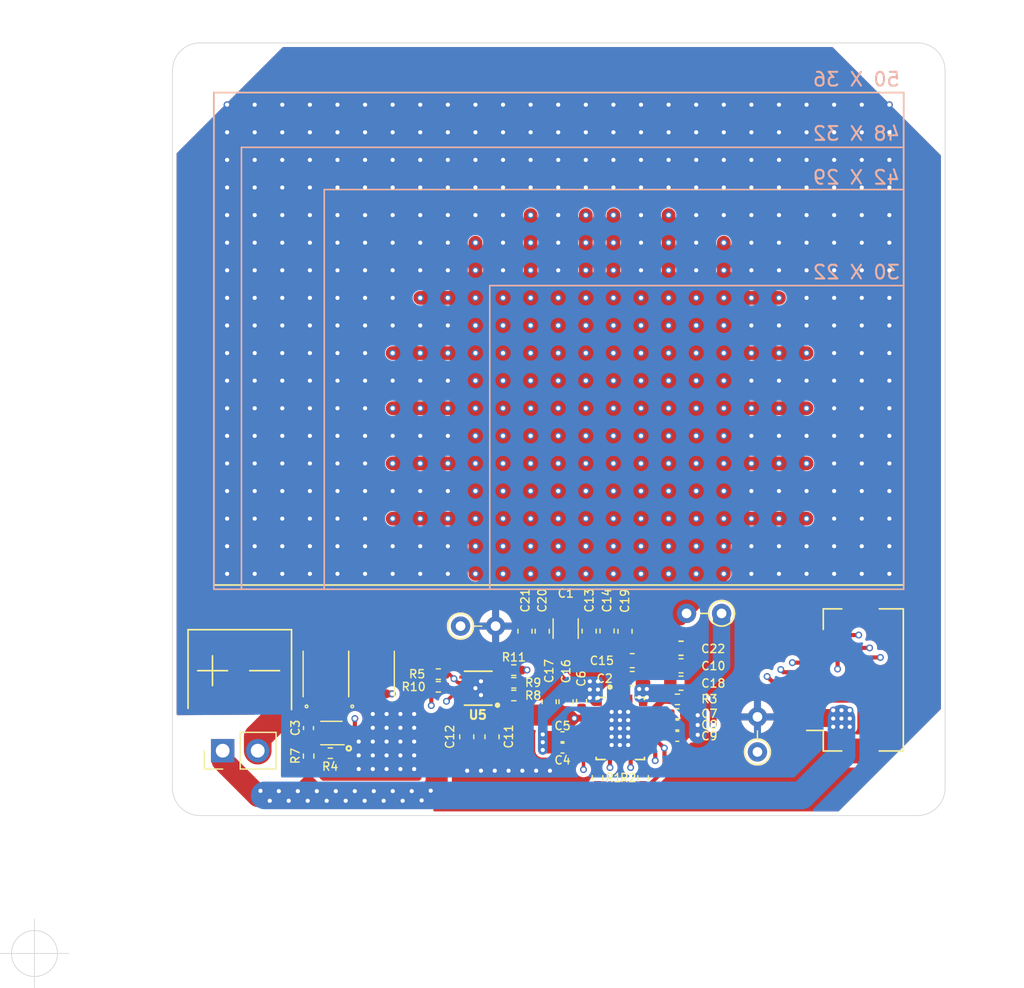
<source format=kicad_pcb>
(kicad_pcb (version 20211014) (generator pcbnew)
  (layers (0 "F.Cu" signal) (1 "In1.Cu" signal) (2 "In2.Cu" signal) (31 "B.Cu" signal) (34 "B.Paste" user) (35 "F.Paste" user) (36 "B.SilkS" user "B.Silkscreen") (37 "F.SilkS" user "F.Silkscreen") (38 "B.Mask" user) (39 "F.Mask" user) (44 "Edge.Cuts" user))
  (net 0 "")
  (net 1 "BAT-")
  (net 2 "Net-(C3-Pad1)")
  (net 3 "Net-(R4-Pad1)")
  (net 4 "Net-(U3-Pad5)")
  (net 5 "GND")
  (net 6 "BAT+")
  (net 7 "Net-(C1-Pad2)")
  (net 8 "Net-(C1-Pad1)")
  (net 9 "Net-(C4-Pad2)")
  (net 10 "Net-(C5-Pad2)")
  (net 11 "Net-(C6-Pad2)")
  (net 12 "Net-(C7-Pad1)")
  (net 13 "Net-(C8-Pad1)")
  (net 14 "Net-(C9-Pad1)")
  (net 15 "Net-(C10-Pad2)")
  (net 16 "Net-(R1-Pad1)")
  (net 17 "Net-(R2-Pad1)")
  (net 18 "BAT_ISET")
  (net 19 "Net-(R8-Pad1)")
  (net 20 "Net-(R9-Pad1)")
  (net 21 "Net-(R10-Pad1)")
  (net 22 "Net-(R11-Pad1)")
  (net 23 "Net-(TH1-Pad1)")
  (net 24 "Net-(TH2-Pad1)")
  (net 25 "Net-(U1-Pad3)")
  (net 26 "Net-(U1-Pad2)")
  (net 27 "REG_power")
  (net 28 "REG_EN2")
  (net 29 "REG_EN1")
  (net 30 "REG_CHG")
  (net 31 "BAT_PG")
  (net 32 "BAT_CHG")
  (net 33 "Net-(C15-Pad2)")
  (footprint "Capacitor_SMD:C_0402_1005Metric" (layer "F.Cu") (at 141.47 119.45 90)
    (fp_text reference "C3")
    (fp_text value "100nF")
  )
  (footprint "Resistor_SMD:R_0402_1005Metric" (layer "F.Cu") (at 143.05 121.27)
    (fp_text reference "R4")
    (fp_text value "2.2k")
  )
  (footprint "Resistor_SMD:R_0402_1005Metric" (layer "F.Cu") (at 141.48 121.48 90)
    (fp_text reference "R7")
    (fp_text value "330R")
  )
  (footprint "Package_SON:WSON-6_1.5x1.5mm_P0.5mm" (layer "F.Cu") (at 143.109999 119.81 180)
    (fp_text reference "U1" hide)
    (fp_text value "BQ2971")
  )
  (footprint "lib:CSD16406Q3" (layer "F.Cu") (at 146.04 115.529999 90)
    (fp_text reference "U3" hide)
    (fp_text value "CSD16406Q3")
  )
  (footprint "lib:CSD16406Q3" (layer "F.Cu") (at 142.73 115.53 90)
    (fp_text reference "U4" hide)
    (fp_text value "CSD16406Q3")
  )
  (footprint "lib:BQ24040DSQT" (layer "F.Cu") (at 153.77 116.559999 180)
    (fp_text reference "U5")
    (fp_text value "BQ24040DSQT")
  )
  (footprint "MountingHole:MountingHole_2.2mm_M2" (layer "F.Cu") (at 133.61 71.79)
    (fp_text reference "J1" hide)
    (fp_text value "Conn_01x01_Female")
  )
  (footprint "MountingHole:MountingHole_2.2mm_M2" (layer "F.Cu") (at 133.61 123.79)
    (fp_text reference "J2" hide)
    (fp_text value "Conn_01x01_Female")
  )
  (footprint "MountingHole:MountingHole_2.2mm_M2" (layer "F.Cu") (at 185.61 71.79)
    (fp_text reference "J3" hide)
    (fp_text value "Conn_01x01_Female")
  )
  (footprint "MountingHole:MountingHole_2.2mm_M2" (layer "F.Cu") (at 185.61 123.79)
    (fp_text reference "J4" hide)
    (fp_text value "Conn_01x01_Female")
  )
  (footprint "Connector_PinHeader_2.54mm:PinHeader_1x02_P2.54mm_Vertical" (layer "F.Cu") (at 135.25 121.09 90)
    (fp_text reference "J5" hide)
    (fp_text value "BAT")
  )
  (footprint "Capacitor_SMD:C_1206_3216Metric" (layer "F.Cu") (at 160.11 112.24 -90)
    (fp_text reference "C1")
    (fp_text value "100nF")
  )
  (footprint "Capacitor_SMD:C_0603_1608Metric" (layer "F.Cu") (at 164.935 115.86)
    (fp_text reference "C2")
    (fp_text value "1nF")
  )
  (footprint "Capacitor_SMD:C_0402_1005Metric" (layer "F.Cu") (at 159.88 120.9)
    (fp_text reference "C4")
    (fp_text value "22nF")
  )
  (footprint "Capacitor_SMD:C_0402_1005Metric" (layer "F.Cu") (at 159.88 120.08)
    (fp_text reference "C5")
    (fp_text value "470nF")
  )
  (footprint "Capacitor_SMD:C_0402_1005Metric" (layer "F.Cu") (at 161.26 117.48 -90)
    (fp_text reference "C6")
    (fp_text value "10nF")
  )
  (footprint "Capacitor_SMD:C_0402_1005Metric" (layer "F.Cu") (at 168.2 118.41)
    (fp_text reference "C7")
    (fp_text value "10nF")
  )
  (footprint "Capacitor_SMD:C_0402_1005Metric" (layer "F.Cu") (at 168.2 119.23)
    (fp_text reference "C8")
    (fp_text value "470nF")
  )
  (footprint "Capacitor_SMD:C_0402_1005Metric" (layer "F.Cu") (at 168.2 120.05)
    (fp_text reference "C9")
    (fp_text value "22nF")
  )
  (footprint "Capacitor_SMD:C_0603_1608Metric" (layer "F.Cu") (at 168.47 114.94 180)
    (fp_text reference "C10")
    (fp_text value "10uF")
  )
  (footprint "Capacitor_SMD:C_0603_1608Metric" (layer "F.Cu") (at 154.77 120.08 90)
    (fp_text reference "C11")
    (fp_text value "1uF")
  )
  (footprint "Capacitor_SMD:C_0603_1608Metric" (layer "F.Cu") (at 152.94 120.08 -90)
    (fp_text reference "C12")
    (fp_text value "1uF")
  )
  (footprint "Resistor_THT:R_Axial_DIN0204_L3.6mm_D1.6mm_P2.54mm_Vertical" (layer "F.Cu") (at 171.41 111.14 180)
    (fp_text reference "J6" hide)
    (fp_text value "AC")
  )
  (footprint "Resistor_SMD:R_0402_1005Metric" (layer "F.Cu") (at 162.42 123.049999 90)
    (fp_text reference "R1")
    (fp_text value "196R")
  )
  (footprint "Resistor_SMD:R_0402_1005Metric" (layer "F.Cu") (at 165.72 123.05 -90)
    (fp_text reference "R2")
    (fp_text value "20R")
  )
  (footprint "Resistor_SMD:R_0402_1005Metric" (layer "F.Cu") (at 168.21 117.37)
    (fp_text reference "R3")
    (fp_text value "20k")
  )
  (footprint "Resistor_SMD:R_0402_1005Metric" (layer "F.Cu") (at 150.88 115.54 180)
    (fp_text reference "R5")
    (fp_text value "1k")
  )
  (footprint "Resistor_SMD:R_0402_1005Metric" (layer "F.Cu") (at 156.35 117.09)
    (fp_text reference "R8")
    (fp_text value "536R")
  )
  (footprint "Resistor_SMD:R_0402_1005Metric" (layer "F.Cu") (at 156.35 116.17)
    (fp_text reference "R9")
    (fp_text value "2K")
  )
  (footprint "Resistor_SMD:R_0402_1005Metric" (layer "F.Cu") (at 150.88 116.459999 180)
    (fp_text reference "R10")
    (fp_text value "1.5K")
  )
  (footprint "Resistor_SMD:R_0402_1005Metric" (layer "F.Cu") (at 156.349999 115.25)
    (fp_text reference "R11")
    (fp_text value "1.5K")
  )
  (footprint "Resistor_THT:R_Axial_DIN0204_L3.6mm_D1.6mm_P2.54mm_Vertical" (layer "F.Cu") (at 174.01 121.18 90)
    (fp_text reference "TH1" hide)
    (fp_text value "Thermistor_NTC")
  )
  (footprint "Resistor_THT:R_Axial_DIN0204_L3.6mm_D1.6mm_P2.54mm_Vertical" (layer "F.Cu") (at 152.49 112.06)
    (fp_text reference "TH2" hide)
    (fp_text value "Thermistor_NTC")
  )
  (footprint "lib:BQ51013BRHLR" (layer "F.Cu") (at 164.07 119.48)
    (fp_text reference "U2" hide)
    (fp_text value "BQ51013BRHLR")
  )
  (footprint "Capacitor_SMD:C_0603_1608Metric" (layer "F.Cu") (at 161.81 112.42 -90)
    (fp_text reference "C13")
    (fp_text value "10nF")
  )
  (footprint "Capacitor_SMD:C_0603_1608Metric" (layer "F.Cu") (at 164.935 114.565)
    (fp_text reference "C15")
    (fp_text value "1nF")
  )
  (footprint "Capacitor_SMD:C_0603_1608Metric" (layer "F.Cu") (at 160.135 117.54 -90)
    (fp_text reference "C16")
    (fp_text value "10uF")
  )
  (footprint "Capacitor_SMD:C_0603_1608Metric" (layer "F.Cu") (at 158.91 117.54 -90)
    (fp_text reference "C17")
    (fp_text value "0.1uF")
  )
  (footprint "Capacitor_SMD:C_0603_1608Metric" (layer "F.Cu") (at 168.47 116.2 180)
    (fp_text reference "C18")
    (fp_text value "0.1uF")
  )
  (footprint "Connector_FFC-FPC:Hirose_FH12-14S-0.5SH_1x14-1MP_P0.50mm_Horizontal" (layer "F.Cu") (at 180.08 115.96 90)
    (fp_text reference "J7" hide)
    (fp_text value "Conn_01x14")
  )
  (footprint "Capacitor_SMD:C_0603_1608Metric" (layer "F.Cu") (at 163.11 112.41 -90)
    (fp_text reference "C14")
    (fp_text value "10nF")
  )
  (footprint "Capacitor_SMD:C_0603_1608Metric" (layer "F.Cu") (at 164.41 112.44 -90)
    (fp_text reference "C19")
    (fp_text value "10nF")
  )
  (footprint "Capacitor_SMD:C_0603_1608Metric" (layer "F.Cu") (at 158.41 112.43 -90)
    (fp_text reference "C20")
    (fp_text value "10nF")
  )
  (footprint "Capacitor_SMD:C_0603_1608Metric" (layer "F.Cu") (at 157.16 112.43 -90)
    (fp_text reference "C21")
    (fp_text value "2.2nF")
  )
  (footprint "Capacitor_SMD:C_0603_1608Metric" (layer "F.Cu") (at 168.47 113.665 180)
    (fp_text reference "C22")
    (fp_text value "10uF")
  )
  (gr_line (start 184.61 73.39) (end 134.61 73.39) (layer "B.SilkS") (width 0.12))
  (gr_line (start 142.61 80.42) (end 142.61 109.39) (layer "B.SilkS") (width 0.12))
  (gr_line (start 184.61 80.42) (end 142.61 80.42) (layer "B.SilkS") (width 0.12))
  (gr_line (start 136.61 77.36) (end 184.61 77.36) (layer "B.SilkS") (width 0.12))
  (gr_line (start 154.61 87.38) (end 154.61 109.39) (layer "B.SilkS") (width 0.12))
  (gr_line (start 184.61 109.39) (end 184.61 73.39) (layer "B.SilkS") (width 0.12))
  (gr_line (start 184.61 87.38) (end 154.61 87.38) (layer "B.SilkS") (width 0.12))
  (gr_line (start 136.61 77.36) (end 136.61 109.39) (layer "B.SilkS") (width 0.12))
  (gr_line (start 134.61 109.39) (end 184.61 109.39) (layer "B.SilkS") (width 0.12))
  (gr_line (start 134.61 73.39) (end 134.61 109.39) (layer "B.SilkS") (width 0.12))
  (gr_line (start 184.61 73.39) (end 184.61 109.08) (layer "F.SilkS") (width 0.12))
  (gr_line (start 134.61 109.08) (end 184.61 109.08) (layer "F.SilkS") (width 0.12))
  (gr_line (start 132.74 112.32) (end 140.24 112.32) (layer "F.SilkS") (width 0.12))
  (gr_line (start 140.24 112.32) (end 140.24 118.11) (layer "F.SilkS") (width 0.12))
  (gr_line (start 134.51 116.37) (end 134.51 114.21) (layer "F.SilkS") (width 0.12))
  (gr_line (start 137.21 115.29) (end 139.37 115.29) (layer "F.SilkS") (width 0.12))
  (gr_line (start 133.44 115.29) (end 135.6 115.29) (layer "F.SilkS") (width 0.12))
  (gr_line (start 134.61 73.39) (end 184.61 73.39) (layer "F.SilkS") (width 0.12))
  (gr_line (start 134.61 73.39) (end 134.61 109.08) (layer "F.SilkS") (width 0.12))
  (gr_line (start 132.74 112.32) (end 132.74 118.02) (layer "F.SilkS") (width 0.12))
  (gr_circle (center 144.39 120.92) (end 144.555529 120.92) (layer "F.SilkS") (width 0.15) (fill none))
  (gr_line (start 133.610001 125.790001) (end 185.61 125.79) (layer "Edge.Cuts") (width 0.05))
  (gr_line (start 131.61 123.79) (end 131.61 71.79) (layer "Edge.Cuts") (width 0.05))
  (gr_line (start 187.610001 123.789999) (end 187.61 71.79) (layer "Edge.Cuts") (width 0.05))
  (gr_arc (start 187.610001 123.789999) (mid 187.024214 125.204213) (end 185.61 125.79) (layer "Edge.Cuts") (width 0.05))
  (gr_arc (start 133.610001 125.790001) (mid 132.195787 125.204214) (end 131.61 123.79) (layer "Edge.Cuts") (width 0.05))
  (gr_arc (start 131.61 71.79) (mid 132.195787 70.375786) (end 133.610001 69.789999) (layer "Edge.Cuts") (width 0.05))
  (gr_arc (start 185.609999 69.789999) (mid 187.024213 70.375786) (end 187.61 71.79) (layer "Edge.Cuts") (width 0.05))
  (gr_line (start 133.610001 69.789999) (end 185.609999 69.789999) (layer "Edge.Cuts") (width 0.05))
  (gr_text "50 X 36" (at 181.18 72.43) (layer "B.SilkS") (effects (font (size 1 1)) (justify mirror)))
  (gr_text "30 X 22" (at 181.18 86.41) (layer "B.SilkS") (effects (font (size 1 1)) (justify mirror)))
  (gr_text "42 X 29" (at 181.18 79.54) (layer "B.SilkS") (effects (font (size 1 1)) (justify mirror)))
  (gr_text "48 X 32" (at 181.18 76.36) (layer "B.SilkS") (effects (font (size 1 1)) (justify mirror)))
  (target plus (at 121.61 135.79) (size 5) (width 0.05) (layer "Edge.Cuts"))
  (segment (start 143.05 117.03) (end 141.76 117.030001) (width 0.5) (layer "F.Cu") (net 1))
  (segment (start 142.66 119.18) (end 142.66 118.6) (width 0.5) (layer "F.Cu") (net 1))
  (segment (start 141.41 117.67) (end 141.41 118.97) (width 0.5) (layer "F.Cu") (net 1))
  (segment (start 141.48 118.56) (end 142.54 118.56) (width 0.5) (layer "F.Cu") (net 1))
  (segment (start 141.51 118.27) (end 142.57 118.27) (width 0.5) (layer "F.Cu") (net 1))
  (segment (start 142.23 118.17) (end 142.23 117.11) (width 0.5) (layer "F.Cu") (net 1))
  (segment (start 142.66 118.48) (end 142.66 117.42) (width 0.5) (layer "F.Cu") (net 1))
  (segment (start 141.329533 118.999533) (end 140.58 118.25) (width 0.5) (layer "F.Cu") (net 1))
  (segment (start 143.05 117.25) (end 142.300467 117.999533) (width 0.5) (layer "F.Cu") (net 1))
  (segment (start 141.15 118.87) (end 140.09 118.87) (width 0.5) (layer "F.Cu") (net 1))
  (segment (start 141.759411 116.969411) (end 141.755001 116.965) (width 0.5) (layer "F.Cu") (net 1))
  (segment (start 141.15 117.65) (end 140.21 117.65) (width 2) (layer "F.Cu") (net 1))
  (segment (start 141.43 117.829999) (end 141.43 117.239999) (width 0.5) (layer "F.Cu") (net 1))
  (segment (start 143.05 116.9) (end 141.75 116.9) (width 0.5) (layer "F.Cu") (net 1))
  (segment (start 142.42 118.61) (end 142.59 118.44) (width 0.5) (layer "F.Cu") (net 1))
  (segment (start 140.21 117.69) (end 137.79 120.11) (width 2) (layer "F.Cu") (net 1))
  (segment (start 142.42 119.19) (end 142.42 118.61) (width 0.5) (layer "F.Cu") (net 1))
  (segment (start 141.568909 116.9) (end 141.18 116.9) (width 0.5) (layer "F.Cu") (net 1))
  (segment (start 137.79 120.11) (end 137.79 121.09) (width 2) (layer "F.Cu") (net 1))
  (segment (start 140.21 117.65) (end 140.21 117.69) (width 2) (layer "F.Cu") (net 1))
  (segment (start 141.749412 116.970589) (end 141.755001 116.965) (width 0.5) (layer "F.Cu") (net 1))
  (segment (start 141.41 118.99) (end 142.47 118.99) (width 0.5) (layer "F.Cu") (net 1))
  (segment (start 141.479999 118.790001) (end 141.480001 118.79) (width 0.5) (layer "F.Cu") (net 1))
  (segment (start 141.6 119.81) (end 141.45 119.96) (width 0.3) (layer "F.Cu") (net 2))
  (segment (start 141.469998 120.73) (end 141.469999 119.930001) (width 0.5) (layer "F.Cu") (net 2))
  (segment (start 142.534999 119.81) (end 141.6 119.81) (width 0.3) (layer "F.Cu") (net 2))
  (segment (start 142.539999 120.42) (end 142.54 121.324998) (width 0.5) (layer "F.Cu") (net 3))
  (segment (start 143.625 114.95) (end 145.075 114.95) (width 0.5) (layer "F.Cu") (net 4))
  (segment (start 143.705 115.7) (end 145.155 115.7) (width 0.5) (layer "F.Cu") (net 4))
  (segment (start 143.665 115.39) (end 145.115 115.39) (width 0.5) (layer "F.Cu") (net 4))
  (segment (start 141.75 114.56) (end 147.01 114.559999) (width 0.5) (layer "F.Cu") (net 4))
  (segment (start 141.755 114.095) (end 147.015 114.094999) (width 0.5) (layer "F.Cu") (net 4))
  (segment (start 143.695 115.82) (end 145.145 115.82) (width 0.5) (layer "F.Cu") (net 4))
  (segment (start 146.36 116.9) (end 145.06 116.9) (width 0.5) (layer "F.Cu") (net 5))
  (segment (start 146.35 117.03) (end 145.05 117.03) (width 0.5) (layer "F.Cu") (net 5))
  (segment (start 162.58 121.27) (end 162.58 122.52) (width 0.3) (layer "F.Cu") (net 5))
  (segment (start 162.270001 121.29) (end 162.27 122.54) (width 0.3) (layer "F.Cu") (net 5))
  (segment (start 177.73 116.21) (end 177.73 117.71) (width 0.3) (layer "F.Cu") (net 5))
  (segment (start 177.97 116.22) (end 177.97 117.72) (width 0.3) (layer "F.Cu") (net 5))
  (segment (start 178.73 116.21) (end 178.73 117.71) (width 0.3) (layer "F.Cu") (net 5))
  (segment (start 178.47 116.21) (end 178.47 117.71) (width 0.3) (layer "F.Cu") (net 5))
  (segment (start 162.44 121.61) (end 163.69 120.36) (width 0.3) (layer "F.Cu") (net 5))
  (segment (start 164.12 119.94) (end 164.12 119.44) (width 0.3) (layer "F.Cu") (net 5))
  (segment (start 162.42 121.23) (end 162.82 121.23) (width 0.3) (layer "F.Cu") (net 5))
  (segment (start 162.42 121.23) (end 162.420001 122.48) (width 0.3) (layer "F.Cu") (net 5))
  (segment (start 164.82 118.73) (end 164.07 119.48) (width 0.25) (layer "F.Cu") (net 5))
  (segment (start 154.754999 116.559999) (end 153.77 116.559999) (width 0.25) (layer "F.Cu") (net 5))
  (segment (start 143.56 121.27) (end 143.56 121.31) (width 0.5) (layer "F.Cu") (net 5))
  (segment (start 163.32 118.73) (end 164.07 119.48) (width 0.25) (layer "F.Cu") (net 5))
  (segment (start 178.23 116.21) (end 178.23 117.71) (width 0.3) (layer "F.Cu") (net 5))
  (segment (start 163.32 117.33) (end 163.32 118.73) (width 0.25) (layer "F.Cu") (net 5))
  (segment (start 162.82 121.23) (end 164.07 119.98) (width 0.3) (layer "F.Cu") (net 5))
  (segment (start 164.82 117.33) (end 164.82 118.73) (width 0.25) (layer "F.Cu") (net 5))
  (segment (start 156.86 117.09) (end 156.86 116.169999) (width 0.5) (layer "F.Cu") (net 5))
  (via (at 153.97 116.06) (size 0.5) (drill 0.3) (layers "F.Cu" "B.Cu") (net 5))
  (via (at 152.97 122.54) (size 0.5) (drill 0.3) (layers "F.Cu" "B.Cu") (net 5))
  (via (at 135.57 74.27) (size 0.5) (drill 0.3) (layers "F.Cu" "B.Cu") (net 5))
  (via (at 164.04 118.28) (size 0.45) (drill 0.3) (layers "F.Cu" "B.Cu") (net 5))
  (via (at 164.64 118.28) (size 0.45) (drill 0.3) (layers "F.Cu" "B.Cu") (net 5))
  (via (at 163.44 118.88) (size 0.45) (drill 0.3) (layers "F.Cu" "B.Cu") (net 5))
  (via (at 164.04 118.88) (size 0.45) (drill 0.3) (layers "F.Cu" "B.Cu") (net 5))
  (via (at 164.64 118.88) (size 0.45) (drill 0.3) (layers "F.Cu" "B.Cu") (net 5))
  (via (at 163.44 119.48) (size 0.45) (drill 0.3) (layers "F.Cu" "B.Cu") (net 5))
  (via (at 164.04 119.48) (size 0.45) (drill 0.3) (layers "F.Cu" "B.Cu") (net 5))
  (via (at 164.64 119.48) (size 0.45) (drill 0.3) (layers "F.Cu" "B.Cu") (net 5))
  (via (at 163.44 120.08) (size 0.45) (drill 0.3) (layers "F.Cu" "B.Cu") (net 5))
  (via (at 164.04 120.08) (size 0.45) (drill 0.3) (layers "F.Cu" "B.Cu") (net 5))
  (via (at 164.64 120.08) (size 0.45) (drill 0.3) (layers "F.Cu" "B.Cu") (net 5))
  (via (at 163.44 120.68) (size 0.45) (drill 0.3) (layers "F.Cu" "B.Cu") (net 5))
  (via (at 164.04 120.68) (size 0.45) (drill 0.3) (layers "F.Cu" "B.Cu") (net 5))
  (via (at 164.64 120.68) (size 0.45) (drill 0.3) (layers "F.Cu" "B.Cu") (net 5))
  (via (at 147.13 118.43) (size 0.5) (drill 0.3) (layers "F.Cu" "B.Cu") (net 5))
  (via (at 148.13 118.43) (size 0.5) (drill 0.3) (layers "F.Cu" "B.Cu") (net 5))
  (via (at 149.13 118.43) (size 0.5) (drill 0.3) (layers "F.Cu" "B.Cu") (net 5))
  (via (at 146.13 119.43) (size 0.5) (drill 0.3) (layers "F.Cu" "B.Cu") (net 5))
  (via (at 147.13 119.43) (size 0.5) (drill 0.3) (layers "F.Cu" "B.Cu") (net 5))
  (via (at 148.13 119.43) (size 0.5) (drill 0.3) (layers "F.Cu" "B.Cu") (net 5))
  (via (at 149.13 119.43) (size 0.5) (drill 0.3) (layers "F.Cu" "B.Cu") (net 5))
  (via (at 146.13 120.43) (size 0.5) (drill 0.3) (layers "F.Cu" "B.Cu") (net 5))
  (via (at 147.13 120.43) (size 0.5) (drill 0.3) (layers "F.Cu" "B.Cu") (net 5))
  (via (at 148.13 120.43) (size 0.5) (drill 0.3) (layers "F.Cu" "B.Cu") (net 5))
  (via (at 149.13 120.43) (size 0.5) (drill 0.3) (layers "F.Cu" "B.Cu") (net 5))
  (via (at 146.13 121.43) (size 0.5) (drill 0.3) (layers "F.Cu" "B.Cu") (net 5))
  (via (at 147.13 121.43) (size 0.5) (drill 0.3) (layers "F.Cu" "B.Cu") (net 5))
  (via (at 148.13 121.43) (size 0.5) (drill 0.3) (layers "F.Cu" "B.Cu") (net 5))
  (via (at 149.13 121.43) (size 0.5) (drill 0.3) (layers "F.Cu" "B.Cu") (net 5))
  (via (at 147.13 122.42) (size 0.5) (drill 0.3) (layers "F.Cu" "B.Cu") (net 5))
  (via (at 146.13 122.42) (size 0.5) (drill 0.3) (layers "F.Cu" "B.Cu") (net 5))
  (via (at 149.13 122.42) (size 0.5) (drill 0.3) (layers "F.Cu" "B.Cu") (net 5))
  (via (at 148.13 122.42) (size 0.5) (drill 0.3) (layers "F.Cu" "B.Cu") (net 5))
  (via (at 145.11 120.43) (size 0.5) (drill 0.3) (layers "F.Cu" "B.Cu") (net 5))
  (via (at 145.11 121.43) (size 0.5) (drill 0.3) (layers "F.Cu" "B.Cu") (net 5))
  (via (at 145.11 122.42) (size 0.5) (drill 0.3) (layers "F.Cu" "B.Cu") (net 5))
  (via (at 153.97 122.54) (size 0.5) (drill 0.3) (layers "F.Cu" "B.Cu") (net 5))
  (via (at 154.97 122.54) (size 0.5) (drill 0.3) (layers "F.Cu" "B.Cu") (net 5))
  (via (at 155.97 122.54) (size 0.5) (drill 0.3) (layers "F.Cu" "B.Cu") (net 5))
  (via (at 156.97 122.54) (size 0.5) (drill 0.3) (layers "F.Cu" "B.Cu") (net 5))
  (via (at 157.97 122.54) (size 0.5) (drill 0.3) (layers "F.Cu" "B.Cu") (net 5))
  (via (at 158.97 122.54) (size 0.5) (drill 0.3) (layers "F.Cu" "B.Cu") (net 5))
  (via (at 163.44 118.28) (size 0.45) (drill 0.3) (layers "F.Cu" "B.Cu") (net 5))
  (via (at 137.57 74.27) (size 0.5) (drill 0.3) (layers "F.Cu" "B.Cu") (net 5))
  (via (at 139.57 74.27) (size 0.5) (drill 0.3) (layers "F.Cu" "B.Cu") (net 5))
  (via (at 141.57 74.27) (size 0.5) (drill 0.3) (layers "F.Cu" "B.Cu") (net 5))
  (via (at 143.57 74.27) (size 0.5) (drill 0.3) (layers "F.Cu" "B.Cu") (net 5))
  (via (at 145.57 74.27) (size 0.5) (drill 0.3) (layers "F.Cu" "B.Cu") (net 5))
  (via (at 147.57 74.27) (size 0.5) (drill 0.3) (layers "F.Cu" "B.Cu") (net 5))
  (via (at 149.57 74.27) (size 0.5) (drill 0.3) (layers "F.Cu" "B.Cu") (net 5))
  (via (at 151.57 74.27) (size 0.5) (drill 0.3) (layers "F.Cu" "B.Cu") (net 5))
  (via (at 153.57 74.27) (size 0.5) (drill 0.3) (layers "F.Cu" "B.Cu") (net 5))
  (via (at 155.57 74.27) (size 0.5) (drill 0.3) (layers "F.Cu" "B.Cu") (net 5))
  (via (at 157.57 74.27) (size 0.5) (drill 0.3) (layers "F.Cu" "B.Cu") (net 5))
  (via (at 159.57 74.27) (size 0.5) (drill 0.3) (layers "F.Cu" "B.Cu") (net 5))
  (via (at 161.57 74.27) (size 0.5) (drill 0.3) (layers "F.Cu" "B.Cu") (net 5))
  (via (at 163.57 74.27) (size 0.5) (drill 0.3) (layers "F.Cu" "B.Cu") (net 5))
  (via (at 165.57 74.27) (size 0.5) (drill 0.3) (layers "F.Cu" "B.Cu") (net 5))
  (via (at 167.57 74.27) (size 0.5) (drill 0.3) (layers "F.Cu" "B.Cu") (net 5))
  (via (at 169.57 74.27) (size 0.5) (drill 0.3) (layers "F.Cu" "B.Cu") (net 5))
  (via (at 171.57 74.27) (size 0.5) (drill 0.3) (layers "F.Cu" "B.Cu") (net 5))
  (via (at 173.57 74.27) (size 0.5) (drill 0.3) (layers "F.Cu" "B.Cu") (net 5))
  (via (at 175.57 74.27) (size 0.5) (drill 0.3) (layers "F.Cu" "B.Cu") (net 5))
  (via (at 177.57 74.27) (size 0.5) (drill 0.3) (layers "F.Cu" "B.Cu") (net 5))
  (via (at 179.57 74.27) (size 0.5) (drill 0.3) (layers "F.Cu" "B.Cu") (net 5))
  (via (at 181.57 74.27) (size 0.5) (drill 0.3) (layers "F.Cu" "B.Cu") (net 5))
  (via (at 183.57 74.27) (size 0.5) (drill 0.3) (layers "F.Cu" "B.Cu") (net 5))
  (via (at 183.57 76.27) (size 0.5) (drill 0.3) (layers "F.Cu" "B.Cu") (net 5))
  (via (at 181.57 76.27) (size 0.5) (drill 0.3) (layers "F.Cu" "B.Cu") (net 5))
  (via (at 179.57 76.27) (size 0.5) (drill 0.3) (layers "F.Cu" "B.Cu") (net 5))
  (via (at 177.57 76.27) (size 0.5) (drill 0.3) (layers "F.Cu" "B.Cu") (net 5))
  (via (at 175.57 76.27) (size 0.5) (drill 0.3) (layers "F.Cu" "B.Cu") (net 5))
  (via (at 173.57 76.27) (size 0.5) (drill 0.3) (layers "F.Cu" "B.Cu") (net 5))
  (via (at 171.57 76.27) (size 0.5) (drill 0.3) (layers "F.Cu" "B.Cu") (net 5))
  (via (at 169.57 76.27) (size 0.5) (drill 0.3) (layers "F.Cu" "B.Cu") (net 5))
  (via (at 167.57 76.27) (size 0.5) (drill 0.3) (layers "F.Cu" "B.Cu") (net 5))
  (via (at 165.57 76.27) (size 0.5) (drill 0.3) (layers "F.Cu" "B.Cu") (net 5))
  (via (at 163.57 76.27) (size 0.5) (drill 0.3) (layers "F.Cu" "B.Cu") (net 5))
  (via (at 161.57 76.27) (size 0.5) (drill 0.3) (layers "F.Cu" "B.Cu") (net 5))
  (via (at 159.57 76.27) (size 0.5) (drill 0.3) (layers "F.Cu" "B.Cu") (net 5))
  (via (at 157.57 76.27) (size 0.5) (drill 0.3) (layers "F.Cu" "B.Cu") (net 5))
  (via (at 155.57 76.27) (size 0.5) (drill 0.3) (layers "F.Cu" "B.Cu") (net 5))
  (via (at 153.57 76.27) (size 0.5) (drill 0.3) (layers "F.Cu" "B.Cu") (net 5))
  (via (at 151.57 76.27) (size 0.5) (drill 0.3) (layers "F.Cu" "B.Cu") (net 5))
  (via (at 149.57 76.27) (size 0.5) (drill 0.3) (layers "F.Cu" "B.Cu") (net 5))
  (via (at 147.57 76.27) (size 0.5) (drill 0.3) (layers "F.Cu" "B.Cu") (net 5))
  (via (at 145.57 76.27) (size 0.5) (drill 0.3) (layers "F.Cu" "B.Cu") (net 5))
  (via (at 143.57 76.27) (size 0.5) (drill 0.3) (layers "F.Cu" "B.Cu") (net 5))
  (via (at 141.57 76.27) (size 0.5) (drill 0.3) (layers "F.Cu" "B.Cu") (net 5))
  (via (at 139.57 76.27) (size 0.5) (drill 0.3) (layers "F.Cu" "B.Cu") (net 5))
  (via (at 137.57 76.27) (size 0.5) (drill 0.3) (layers "F.Cu" "B.Cu") (net 5))
  (via (at 135.57 76.27) (size 0.5) (drill 0.3) (layers "F.Cu" "B.Cu") (net 5))
  (via (at 135.57 78.27) (size 0.5) (drill 0.3) (layers "F.Cu" "B.Cu") (net 5))
  (via (at 137.57 78.27) (size 0.5) (drill 0.3) (layers "F.Cu" "B.Cu") (net 5))
  (via (at 139.57 78.27) (size 0.5) (drill 0.3) (layers "F.Cu" "B.Cu") (net 5))
  (via (at 141.57 78.27) (size 0.5) (drill 0.3) (layers "F.Cu" "B.Cu") (net 5))
  (via (at 143.57 78.27) (size 0.5) (drill 0.3) (layers "F.Cu" "B.Cu") (net 5))
  (via (at 145.57 78.27) (size 0.5) (drill 0.3) (layers "F.Cu" "B.Cu") (net 5))
  (via (at 147.57 78.27) (size 0.5) (drill 0.3) (layers "F.Cu" "B.Cu") (net 5))
  (via (at 149.57 78.27) (size 0.5) (drill 0.3) (layers "F.Cu" "B.Cu") (net 5))
  (via (at 151.57 78.27) (size 0.5) (drill 0.3) (layers "F.Cu" "B.Cu") (net 5))
  (via (at 153.57 78.27) (size 0.5) (drill 0.3) (layers "F.Cu" "B.Cu") (net 5))
  (via (at 155.57 78.27) (size 0.5) (drill 0.3) (layers "F.Cu" "B.Cu") (net 5))
  (via (at 157.57 78.27) (size 0.5) (drill 0.3) (layers "F.Cu" "B.Cu") (net 5))
  (via (at 159.57 78.27) (size 0.5) (drill 0.3) (layers "F.Cu" "B.Cu") (net 5))
  (via (at 161.57 78.27) (size 0.5) (drill 0.3) (layers "F.Cu" "B.Cu") (net 5))
  (via (at 163.57 78.27) (size 0.5) (drill 0.3) (layers "F.Cu" "B.Cu") (net 5))
  (via (at 165.57 78.27) (size 0.5) (drill 0.3) (layers "F.Cu" "B.Cu") (net 5))
  (via (at 167.57 78.27) (size 0.5) (drill 0.3) (layers "F.Cu" "B.Cu") (net 5))
  (via (at 169.57 78.27) (size 0.5) (drill 0.3) (layers "F.Cu" "B.Cu") (net 5))
  (via (at 171.57 78.27) (size 0.5) (drill 0.3) (layers "F.Cu" "B.Cu") (net 5))
  (via (at 173.57 78.27) (size 0.5) (drill 0.3) (layers "F.Cu" "B.Cu") (net 5))
  (via (at 175.57 78.27) (size 0.5) (drill 0.3) (layers "F.Cu" "B.Cu") (net 5))
  (via (at 177.57 78.27) (size 0.5) (drill 0.3) (layers "F.Cu" "B.Cu") (net 5))
  (via (at 179.57 78.27) (size 0.5) (drill 0.3) (layers "F.Cu" "B.Cu") (net 5))
  (via (at 181.57 78.27) (size 0.5) (drill 0.3) (layers "F.Cu" "B.Cu") (net 5))
  (via (at 183.57 78.27) (size 0.5) (drill 0.3) (layers "F.Cu" "B.Cu") (net 5))
  (via (at 183.57 80.27) (size 0.5) (drill 0.3) (layers "F.Cu" "B.Cu") (net 5))
  (via (at 181.57 80.27) (size 0.5) (drill 0.3) (layers "F.Cu" "B.Cu") (net 5))
  (via (at 179.57 80.27) (size 0.5) (drill 0.3) (layers "F.Cu" "B.Cu") (net 5))
  (via (at 177.57 80.27) (size 0.5) (drill 0.3) (layers "F.Cu" "B.Cu") (net 5))
  (via (at 175.57 80.27) (size 0.5) (drill 0.3) (layers "F.Cu" "B.Cu") (net 5))
  (via (at 173.57 80.27) (size 0.5) (drill 0.3) (layers "F.Cu" "B.Cu") (net 5))
  (via (at 171.57 80.27) (size 0.5) (drill 0.3) (layers "F.Cu" "B.Cu") (net 5))
  (via (at 169.57 80.27) (size 0.5) (drill 0.3) (layers "F.Cu" "B.Cu") (net 5))
  (via (at 167.57 80.27) (size 0.5) (drill 0.3) (layers "F.Cu" "B.Cu") (net 5))
  (via (at 165.57 80.27) (size 0.5) (drill 0.3) (layers "F.Cu" "B.Cu") (net 5))
  (via (at 163.57 80.27) (size 0.5) (drill 0.3) (layers "F.Cu" "B.Cu") (net 5))
  (via (at 161.57 80.27) (size 0.5) (drill 0.3) (layers "F.Cu" "B.Cu") (net 5))
  (via (at 159.57 80.27) (size 0.5) (drill 0.3) (layers "F.Cu" "B.Cu") (net 5))
  (via (at 157.57 80.27) (size 0.5) (drill 0.3) (layers "F.Cu" "B.Cu") (net 5))
  (via (at 155.57 80.27) (size 0.5) (drill 0.3) (layers "F.Cu" "B.Cu") (net 5))
  (via (at 153.57 80.27) (size 0.5) (drill 0.3) (layers "F.Cu" "B.Cu") (net 5))
  (via (at 151.57 80.27) (size 0.5) (drill 0.3) (layers "F.Cu" "B.Cu") (net 5))
  (via (at 149.57 80.27) (size 0.5) (drill 0.3) (layers "F.Cu" "B.Cu") (net 5))
  (via (at 147.57 80.27) (size 0.5) (drill 0.3) (layers "F.Cu" "B.Cu") (net 5))
  (via (at 145.57 80.27) (size 0.5) (drill 0.3) (layers "F.Cu" "B.Cu") (net 5))
  (via (at 143.57 80.27) (size 0.5) (drill 0.3) (layers "F.Cu" "B.Cu") (net 5))
  (via (at 141.57 80.27) (size 0.5) (drill 0.3) (layers "F.Cu" "B.Cu") (net 5))
  (via (at 139.57 80.27) (size 0.5) (drill 0.3) (layers "F.Cu" "B.Cu") (net 5))
  (via (at 137.57 80.27) (size 0.5) (drill 0.3) (layers "F.Cu" "B.Cu") (net 5))
  (via (at 135.57 80.27) (size 0.5) (drill 0.3) (layers "F.Cu" "B.Cu") (net 5))
  (via (at 135.57 82.27) (size 0.5) (drill 0.3) (layers "F.Cu" "B.Cu") (net 5))
  (via (at 137.57 82.27) (size 0.5) (drill 0.3) (layers "F.Cu" "B.Cu") (net 5))
  (via (at 139.57 82.27) (size 0.5) (drill 0.3) (layers "F.Cu" "B.Cu") (net 5))
  (via (at 141.57 82.27) (size 0.5) (drill 0.3) (layers "F.Cu" "B.Cu") (net 5))
  (via (at 143.57 82.27) (size 0.5) (drill 0.3) (layers "F.Cu" "B.Cu") (net 5))
  (via (at 145.57 82.27) (size 0.5) (drill 0.3) (layers "F.Cu" "B.Cu") (net 5))
  (via (at 147.57 82.27) (size 0.5) (drill 0.3) (layers "F.Cu" "B.Cu") (net 5))
  (via (at 149.57 82.27) (size 0.5) (drill 0.3) (layers "F.Cu" "B.Cu") (net 5))
  (via (at 151.57 82.27) (size 0.5) (drill 0.3) (layers "F.Cu" "B.Cu") (net 5))
  (via (at 153.57 82.27) (size 0.5) (drill 0.3) (layers "F.Cu" "B.Cu") (net 5))
  (via (at 155.57 82.27) (size 0.5) (drill 0.3) (layers "F.Cu" "B.Cu") (net 5))
  (via (at 159.57 82.27) (size 0.5) (drill 0.3) (layers "F.Cu" "B.Cu") (net 5))
  (via (at 165.57 82.27) (size 0.5) (drill 0.3) (layers "F.Cu" "B.Cu") (net 5))
  (via (at 169.57 82.27) (size 0.5) (drill 0.3) (layers "F.Cu" "B.Cu") (net 5))
  (via (at 171.57 82.27) (size 0.5) (drill 0.3) (layers "F.Cu" "B.Cu") (net 5))
  (via (at 173.57 82.27) (size 0.5) (drill 0.3) (layers "F.Cu" "B.Cu") (net 5))
  (via (at 175.57 82.27) (size 0.5) (drill 0.3) (layers "F.Cu" "B.Cu") (net 5))
  (via (at 177.57 82.27) (size 0.5) (drill 0.3) (layers "F.Cu" "B.Cu") (net 5))
  (via (at 179.57 82.27) (size 0.5) (drill 0.3) (layers "F.Cu" "B.Cu") (net 5))
  (via (at 181.57 82.27) (size 0.5) (drill 0.3) (layers "F.Cu" "B.Cu") (net 5))
  (via (at 183.57 82.27) (size 0.5) (drill 0.3) (layers "F.Cu" "B.Cu") (net 5))
  (via (at 183.57 84.27) (size 0.5) (drill 0.3) (layers "F.Cu" "B.Cu") (net 5))
  (via (at 181.57 84.27) (size 0.5) (drill 0.3) (layers "F.Cu" "B.Cu") (net 5))
  (via (at 179.57 84.27) (size 0.5) (drill 0.3) (layers "F.Cu" "B.Cu") (net 5))
  (via (at 177.57 84.27) (size 0.5) (drill 0.3) (layers "F.Cu" "B.Cu") (net 5))
  (via (at 175.57 84.27) (size 0.5) (drill 0.3) (layers "F.Cu" "B.Cu") (net 5))
  (via (at 173.57 84.27) (size 0.5) (drill 0.3) (layers "F.Cu" "B.Cu") (net 5))
  (via (at 169.57 84.27) (size 0.5) (drill 0.3) (layers "F.Cu" "B.Cu") (net 5))
  (via (at 165.57 84.27) (size 0.5) (drill 0.3) (layers "F.Cu" "B.Cu") (net 5))
  (via (at 159.57 84.27) (size 0.5) (drill 0.3) (layers "F.Cu" "B.Cu") (net 5))
  (via (at 155.57 84.27) (size 0.5) (drill 0.3) (layers "F.Cu" "B.Cu") (net 5))
  (via (at 151.57 84.27) (size 0.5) (drill 0.3) (layers "F.Cu" "B.Cu") (net 5))
  (via (at 149.57 84.27) (size 0.5) (drill 0.3) (layers "F.Cu" "B.Cu") (net 5))
  (via (at 147.57 84.27) (size 0.5) (drill 0.3) (layers "F.Cu" "B.Cu") (net 5))
  (via (at 145.57 84.27) (size 0.5) (drill 0.3) (layers "F.Cu" "B.Cu") (net 5))
  (via (at 143.57 84.27) (size 0.5) (drill 0.3) (layers "F.Cu" "B.Cu") (net 5))
  (via (at 141.57 84.27) (size 0.5) (drill 0.3) (layers "F.Cu" "B.Cu") (net 5))
  (via (at 139.57 84.27) (size 0.5) (drill 0.3) (layers "F.Cu" "B.Cu") (net 5))
  (via (at 137.57 84.27) (size 0.5) (drill 0.3) (layers "F.Cu" "B.Cu") (net 5))
  (via (at 135.57 84.27) (size 0.5) (drill 0.3) (layers "F.Cu" "B.Cu") (net 5))
  (via (at 135.57 86.27) (size 0.5) (drill 0.3) (layers "F.Cu" "B.Cu") (net 5))
  (via (at 137.57 86.27) (size 0.5) (drill 0.3) (layers "F.Cu" "B.Cu") (net 5))
  (via (at 139.57 86.27) (size 0.5) (drill 0.3) (layers "F.Cu" "B.Cu") (net 5))
  (via (at 141.57 86.27) (size 0.5) (drill 0.3) (layers "F.Cu" "B.Cu") (net 5))
  (via (at 143.57 86.27) (size 0.5) (drill 0.3) (layers "F.Cu" "B.Cu") (net 5))
  (via (at 145.57 86.27) (size 0.5) (drill 0.3) (layers "F.Cu" "B.Cu") (net 5))
  (via (at 147.57 86.27) (size 0.5) (drill 0.3) (layers "F.Cu" "B.Cu") (net 5))
  (via (at 149.57 86.27) (size 0.5) (drill 0.3) (layers "F.Cu" "B.Cu") (net 5))
  (via (at 151.57 86.27) (size 0.5) (drill 0.3) (layers "F.Cu" "B.Cu") (net 5))
  (via (at 155.57 86.27) (size 0.5) (drill 0.3) (layers "F.Cu" "B.Cu") (net 5))
  (via (at 159.57 86.27) (size 0.5) (drill 0.3) (layers "F.Cu" "B.Cu") (net 5))
  (via (at 165.57 86.27) (size 0.5) (drill 0.3) (layers "F.Cu" "B.Cu") (net 5))
  (via (at 169.57 86.27) (size 0.5) (drill 0.3) (layers "F.Cu" "B.Cu") (net 5))
  (via (at 173.57 86.27) (size 0.5) (drill 0.3) (layers "F.Cu" "B.Cu") (net 5))
  (via (at 175.57 86.27) (size 0.5) (drill 0.3) (layers "F.Cu" "B.Cu") (net 5))
  (via (at 177.57 86.27) (size 0.5) (drill 0.3) (layers "F.Cu" "B.Cu") (net 5))
  (via (at 179.57 86.27) (size 0.5) (drill 0.3) (layers "F.Cu" "B.Cu") (net 5))
  (via (at 181.57 86.27) (size 0.5) (drill 0.3) (layers "F.Cu" "B.Cu") (net 5))
  (via (at 183.57 86.27) (size 0.5) (drill 0.3) (layers "F.Cu" "B.Cu") (net 5))
  (via (at 183.57 88.27) (size 0.5) (drill 0.3) (layers "F.Cu" "B.Cu") (net 5))
  (via (at 181.57 88.27) (size 0.5) (drill 0.3) (layers "F.Cu" "B.Cu") (net 5))
  (via (at 179.57 88.27) (size 0.5) (drill 0.3) (layers "F.Cu" "B.Cu") (net 5))
  (via (at 177.57 88.27) (size 0.5) (drill 0.3) (layers "F.Cu" "B.Cu") (net 5))
  (via (at 147.57 88.27) (size 0.5) (drill 0.3) (layers "F.Cu" "B.Cu") (net 5))
  (via (at 145.57 88.27) (size 0.5) (drill 0.3) (layers "F.Cu" "B.Cu") (net 5))
  (via (at 143.57 88.27) (size 0.5) (drill 0.3) (layers "F.Cu" "B.Cu") (net 5))
  (via (at 141.57 88.27) (size 0.5) (drill 0.3) (layers "F.Cu" "B.Cu") (net 5))
  (via (at 139.57 88.27) (size 0.5) (drill 0.3) (layers "F.Cu" "B.Cu") (net 5))
  (via (at 137.57 88.27) (size 0.5) (drill 0.3) (layers "F.Cu" "B.Cu") (net 5))
  (via (at 135.57 88.27) (size 0.5) (drill 0.3) (layers "F.Cu" "B.Cu") (net 5))
  (via (at 135.57 90.27) (size 0.5) (drill 0.3) (layers "F.Cu" "B.Cu") (net 5))
  (via (at 137.57 90.27) (size 0.5) (drill 0.3) (layers "F.Cu" "B.Cu") (net 5))
  (via (at 139.57 90.27) (size 0.5) (drill 0.3) (layers "F.Cu" "B.Cu") (net 5))
  (via (at 141.57 90.27) (size 0.5) (drill 0.3) (layers "F.Cu" "B.Cu") (net 5))
  (via (at 143.57 90.27) (size 0.5) (drill 0.3) (layers "F.Cu" "B.Cu") (net 5))
  (via (at 145.57 90.27) (size 0.5) (drill 0.3) (layers "F.Cu" "B.Cu") (net 5))
  (via (at 147.57 90.27) (size 0.5) (drill 0.3) (layers "F.Cu" "B.Cu") (net 5))
  (via (at 149.57 90.27) (size 0.5) (drill 0.3) (layers "F.Cu" "B.Cu") (net 5))
  (via (at 151.57 90.27) (size 0.5) (drill 0.3) (layers "F.Cu" "B.Cu") (net 5))
  (via (at 173.57 90.27) (size 0.5) (drill 0.3) (layers "F.Cu" "B.Cu") (net 5))
  (via (at 175.57 90.27) (size 0.5) (drill 0.3) (layers "F.Cu" "B.Cu") (net 5))
  (via (at 177.57 90.27) (size 0.5) (drill 0.3) (layers "F.Cu" "B.Cu") (net 5))
  (via (at 179.57 90.27) (size 0.5) (drill 0.3) (layers "F.Cu" "B.Cu") (net 5))
  (via (at 181.57 90.27) (size 0.5) (drill 0.3) (layers "F.Cu" "B.Cu") (net 5))
  (via (at 183.57 90.27) (size 0.5) (drill 0.3) (layers "F.Cu" "B.Cu") (net 5))
  (via (at 183.57 92.27) (size 0.5) (drill 0.3) (layers "F.Cu" "B.Cu") (net 5))
  (via (at 181.57 92.27) (size 0.5) (drill 0.3) (layers "F.Cu" "B.Cu") (net 5))
  (via (at 179.57 92.27) (size 0.5) (drill 0.3) (layers "F.Cu" "B.Cu") (net 5))
  (via (at 145.57 92.27) (size 0.5) (drill 0.3) (layers "F.Cu" "B.Cu") (net 5))
  (via (at 143.57 92.27) (size 0.5) (drill 0.3) (layers "F.Cu" "B.Cu") (net 5))
  (via (at 141.57 92.27) (size 0.5) (drill 0.3) (layers "F.Cu" "B.Cu") (net 5))
  (via (at 139.57 92.27) (size 0.5) (drill 0.3) (layers "F.Cu" "B.Cu") (net 5))
  (via (at 137.57 92.27) (size 0.5) (drill 0.3) (layers "F.Cu" "B.Cu") (net 5))
  (via (at 135.57 92.27) (size 0.5) (drill 0.3) (layers "F.Cu" "B.Cu") (net 5))
  (via (at 135.57 94.27) (size 0.5) (drill 0.3) (layers "F.Cu" "B.Cu") (net 5))
  (via (at 137.57 94.27) (size 0.5) (drill 0.3) (layers "F.Cu" "B.Cu") (net 5))
  (via (at 139.57 94.27) (size 0.5) (drill 0.3) (layers "F.Cu" "B.Cu") (net 5))
  (via (at 141.57 94.27) (size 0.5) (drill 0.3) (layers "F.Cu" "B.Cu") (net 5))
  (via (at 143.57 94.27) (size 0.5) (drill 0.3) (layers "F.Cu" "B.Cu") (net 5))
  (via (at 145.57 94.27) (size 0.5) (drill 0.3) (layers "F.Cu" "B.Cu") (net 5))
  (via (at 147.57 94.27) (size 0.5) (drill 0.3) (layers "F.Cu" "B.Cu") (net 5))
  (via (at 149.57 94.27) (size 0.5) (drill 0.3) (layers "F.Cu" "B.Cu") (net 5))
  (via (at 151.57 94.27) (size 0.5) (drill 0.3) (layers "F.Cu" "B.Cu") (net 5))
  (via (at 173.57 94.27) (size 0.5) (drill 0.3) (layers "F.Cu" "B.Cu") (net 5))
  (via (at 175.57 94.27) (size 0.5) (drill 0.3) (layers "F.Cu" "B.Cu") (net 5))
  (via (at 177.57 94.27) (size 0.5) (drill 0.3) (layers "F.Cu" "B.Cu") (net 5))
  (via (at 179.57 94.27) (size 0.5) (drill 0.3) (layers "F.Cu" "B.Cu") (net 5))
  (via (at 181.57 94.27) (size 0.5) (drill 0.3) (layers "F.Cu" "B.Cu") (net 5))
  (via (at 183.57 94.27) (size 0.5) (drill 0.3) (layers "F.Cu" "B.Cu") (net 5))
  (via (at 183.57 96.27) (size 0.5) (drill 0.3) (layers "F.Cu" "B.Cu") (net 5))
  (via (at 181.57 96.27) (size 0.5) (drill 0.3) (layers "F.Cu" "B.Cu") (net 5))
  (via (at 179.57 96.27) (size 0.5) (drill 0.3) (layers "F.Cu" "B.Cu") (net 5))
  (via (at 145.57 96.27) (size 0.5) (drill 0.3) (layers "F.Cu" "B.Cu") (net 5))
  (via (at 143.57 96.27) (size 0.5) (drill 0.3) (layers "F.Cu" "B.Cu") (net 5))
  (via (at 141.57 96.27) (size 0.5) (drill 0.3) (layers "F.Cu" "B.Cu") (net 5))
  (via (at 139.57 96.27) (size 0.5) (drill 0.3) (layers "F.Cu" "B.Cu") (net 5))
  (via (at 137.57 96.27) (size 0.5) (drill 0.3) (layers "F.Cu" "B.Cu") (net 5))
  (via (at 135.57 96.27) (size 0.5) (drill 0.3) (layers "F.Cu" "B.Cu") (net 5))
  (via (at 135.57 98.27) (size 0.5) (drill 0.3) (layers "F.Cu" "B.Cu") (net 5))
  (via (at 137.57 98.27) (size 0.5) (drill 0.3) (layers "F.Cu" "B.Cu") (net 5))
  (via (at 139.57 98.27) (size 0.5) (drill 0.3) (layers "F.Cu" "B.Cu") (net 5))
  (via (at 141.57 98.27) (size 0.5) (drill 0.3) (layers "F.Cu" "B.Cu") (net 5))
  (via (at 143.57 98.27) (size 0.5) (drill 0.3) (layers "F.Cu" "B.Cu") (net 5))
  (via (at 145.57 98.27) (size 0.5) (drill 0.3) (layers "F.Cu" "B.Cu") (net 5))
  (via (at 147.57 98.27) (size 0.5) (drill 0.3) (layers "F.Cu" "B.Cu") (net 5))
  (via (at 149.57 98.27) (size 0.5) (drill 0.3) (layers "F.Cu" "B.Cu") (net 5))
  (via (at 151.57 98.27) (size 0.5) (drill 0.3) (layers "F.Cu" "B.Cu") (net 5))
  (via (at 173.57 98.27) (size 0.5) (drill 0.3) (layers "F.Cu" "B.Cu") (net 5))
  (via (at 175.57 98.27) (size 0.5) (drill 0.3) (layers "F.Cu" "B.Cu") (net 5))
  (via (at 177.57 98.27) (size 0.5) (drill 0.3) (layers "F.Cu" "B.Cu") (net 5))
  (via (at 179.57 98.27) (size 0.5) (drill 0.3) (layers "F.Cu" "B.Cu") (net 5))
  (via (at 181.57 98.27) (size 0.5) (drill 0.3) (layers "F.Cu" "B.Cu") (net 5))
  (via (at 183.57 98.27) (size 0.5) (drill 0.3) (layers "F.Cu" "B.Cu") (net 5))
  (via (at 183.57 100.27) (size 0.5) (drill 0.3) (layers "F.Cu" "B.Cu") (net 5))
  (via (at 181.57 100.27) (size 0.5) (drill 0.3) (layers "F.Cu" "B.Cu") (net 5))
  (via (at 179.57 100.27) (size 0.5) (drill 0.3) (layers "F.Cu" "B.Cu") (net 5))
  (via (at 145.57 100.27) (size 0.5) (drill 0.3) (layers "F.Cu" "B.Cu") (net 5))
  (via (at 143.57 100.27) (size 0.5) (drill 0.3) (layers "F.Cu" "B.Cu") (net 5))
  (via (at 141.57 100.27) (size 0.5) (drill 0.3) (layers "F.Cu" "B.Cu") (net 5))
  (via (at 139.57 100.27) (size 0.5) (drill 0.3) (layers "F.Cu" "B.Cu") (net 5))
  (via (at 137.57 100.27) (size 0.5) (drill 0.3) (layers "F.Cu" "B.Cu") (net 5))
  (via (at 135.57 100.27) (size 0.5) (drill 0.3) (layers "F.Cu" "B.Cu") (net 5))
  (via (at 135.57 102.27) (size 0.5) (drill 0.3) (layers "F.Cu" "B.Cu") (net 5))
  (via (at 137.57 102.27) (size 0.5) (drill 0.3) (layers "F.Cu" "B.Cu") (net 5))
  (via (at 139.57 102.27) (size 0.5) (drill 0.3) (layers "F.Cu" "B.Cu") (net 5))
  (via (at 141.57 102.27) (size 0.5) (drill 0.3) (layers "F.Cu" "B.Cu") (net 5))
  (via (at 143.57 102.27) (size 0.5) (drill 0.3) (layers "F.Cu" "B.Cu") (net 5))
  (via (at 145.57 102.27) (size 0.5) (drill 0.3) (layers "F.Cu" "B.Cu") (net 5))
  (via (at 147.57 102.27) (size 0.5) (drill 0.3) (layers "F.Cu" "B.Cu") (net 5))
  (via (at 149.57 102.27) (size 0.5) (drill 0.3) (layers "F.Cu" "B.Cu") (net 5))
  (via (at 151.57 102.27) (size 0.5) (drill 0.3) (layers "F.Cu" "B.Cu") (net 5))
  (via (at 173.57 102.27) (size 0.5) (drill 0.3) (layers "F.Cu" "B.Cu") (net 5))
  (via (at 175.57 102.27) (size 0.5) (drill 0.3) (layers "F.Cu" "B.Cu") (net 5))
  (via (at 177.57 102.27) (size 0.5) (drill 0.3) (layers "F.Cu" "B.Cu") (net 5))
  (via (at 179.57 102.27) (size 0.5) (drill 0.3) (layers "F.Cu" "B.Cu") (net 5))
  (via (at 181.57 102.27) (size 0.5) (drill 0.3) (layers "F.Cu" "B.Cu") (net 5))
  (via (at 183.57 102.27) (size 0.5) (drill 0.3) (layers "F.Cu" "B.Cu") (net 5))
  (via (at 183.57 104.27) (size 0.5) (drill 0.3) (layers "F.Cu" "B.Cu") (net 5))
  (via (at 181.57 104.27) (size 0.5) (drill 0.3) (layers "F.Cu" "B.Cu") (net 5))
  (via (at 179.57 104.27) (size 0.5) (drill 0.3) (layers "F.Cu" "B.Cu") (net 5))
  (via (at 145.57 104.27) (size 0.5) (drill 0.3) (layers "F.Cu" "B.Cu") (net 5))
  (via (at 143.57 104.27) (size 0.5) (drill 0.3) (layers "F.Cu" "B.Cu") (net 5))
  (via (at 141.57 104.27) (size 0.5) (drill 0.3) (layers "F.Cu" "B.Cu") (net 5))
  (via (at 139.57 104.27) (size 0.5) (drill 0.3) (layers "F.Cu" "B.Cu") (net 5))
  (via (at 137.57 104.27) (size 0.5) (drill 0.3) (layers "F.Cu" "B.Cu") (net 5))
  (via (at 135.57 104.27) (size 0.5) (drill 0.3) (layers "F.Cu" "B.Cu") (net 5))
  (via (at 135.57 106.27) (size 0.5) (drill 0.3) (layers "F.Cu" "B.Cu") (net 5))
  (via (at 137.57 106.27) (size 0.5) (drill 0.3) (layers "F.Cu" "B.Cu") (net 5))
  (via (at 139.57 106.27) (size 0.5) (drill 0.3) (layers "F.Cu" "B.Cu") (net 5))
  (via (at 141.57 106.27) (size 0.5) (drill 0.3) (layers "F.Cu" "B.Cu") (net 5))
  (via (at 143.57 106.27) (size 0.5) (drill 0.3) (layers "F.Cu" "B.Cu") (net 5))
  (via (at 145.57 106.27) (size 0.5) (drill 0.3) (layers "F.Cu" "B.Cu") (net 5))
  (via (at 147.57 106.27) (size 0.5) (drill 0.3) (layers "F.Cu" "B.Cu") (net 5))
  (via (at 149.57 106.27) (size 0.5) (drill 0.3) (layers "F.Cu" "B.Cu") (net 5))
  (via (at 151.57 106.27) (size 0.5) (drill 0.3) (layers "F.Cu" "B.Cu") (net 5))
  (via (at 173.57 106.27) (size 0.5) (drill 0.3) (layers "F.Cu" "B.Cu") (net 5))
  (via (at 175.57 106.27) (size 0.5) (drill 0.3) (layers "F.Cu" "B.Cu") (net 5))
  (via (at 177.57 106.27) (size 0.5) (drill 0.3) (layers "F.Cu" "B.Cu") (net 5))
  (via (at 179.57 106.27) (size 0.5) (drill 0.3) (layers "F.Cu" "B.Cu") (net 5))
  (via (at 181.57 106.27) (size 0.5) (drill 0.3) (layers "F.Cu" "B.Cu") (net 5))
  (via (at 183.57 106.27) (size 0.5) (drill 0.3) (layers "F.Cu" "B.Cu") (net 5))
  (via (at 183.57 108.27) (size 0.5) (drill 0.3) (layers "F.Cu" "B.Cu") (net 5))
  (via (at 181.57 108.27) (size 0.5) (drill 0.3) (layers "F.Cu" "B.Cu") (net 5))
  (via (at 179.57 108.27) (size 0.5) (drill 0.3) (layers "F.Cu" "B.Cu") (net 5))
  (via (at 177.57 108.27) (size 0.5) (drill 0.3) (layers "F.Cu" "B.Cu") (net 5))
  (via (at 175.57 108.27) (size 0.5) (drill 0.3) (layers "F.Cu" "B.Cu") (net 5))
  (via (at 173.57 108.27) (size 0.5) (drill 0.3) (layers "F.Cu" "B.Cu") (net 5))
  (via (at 151.57 108.27) (size 0.5) (drill 0.3) (layers "F.Cu" "B.Cu") (net 5))
  (via (at 149.57 108.27) (size 0.5) (drill 0.3) (layers "F.Cu" "B.Cu") (net 5))
  (via (at 147.57 108.27) (size 0.5) (drill 0.3) (layers "F.Cu" "B.Cu") (net 5))
  (via (at 145.57 108.27) (size 0.5) (drill 0.3) (layers "F.Cu" "B.Cu") (net 5))
  (via (at 143.57 108.27) (size 0.5) (drill 0.3) (layers "F.Cu" "B.Cu") (net 5))
  (via (at 141.57 108.27) (size 0.5) (drill 0.3) (layers "F.Cu" "B.Cu") (net 5))
  (via (at 139.57 108.27) (size 0.5) (drill 0.3) (layers "F.Cu" "B.Cu") (net 5))
  (via (at 137.57 108.27) (size 0.5) (drill 0.3) (layers "F.Cu" "B.Cu") (net 5))
  (via (at 135.57 108.27) (size 0.5) (drill 0.3) (layers "F.Cu" "B.Cu") (net 5))
  (via (at 153.57 116.56) (size 0.5) (drill 0.3) (layers "F.Cu" "B.Cu") (net 5))
  (via (at 153.97 117.06) (size 0.5) (drill 0.3) (layers "F.Cu" "B.Cu") (net 5))
  (via (at 146.13 118.43) (size 0.5) (drill 0.3) (layers "F.Cu" "B.Cu") (net 5))
  (segment (start 178.7 118.57) (end 178.7 119.22) (width 0.25) (layer "F.Cu") (net 6))
  (segment (start 178.98 118.24) (end 178.98 119.21) (width 0.3) (layer "F.Cu") (net 6))
  (segment (start 179.25 118.24) (end 179.25 119.21) (width 0.3) (layer "F.Cu") (net 6))
  (segment (start 179.53 118.24) (end 179.53 119.21) (width 0.3) (layer "F.Cu") (net 6))
  (segment (start 179.74 118.24) (end 179.74 119.21) (width 0.3) (layer "F.Cu") (net 6))
  (segment (start 152.585 117.925) (end 151.75 118.76) (width 0.7) (layer "F.Cu") (net 6))
  (segment (start 152.74 117.4) (end 152.74 118.800001) (width 0.25) (layer "F.Cu") (net 6))
  (segment (start 152.9 117.39) (end 152.9 118.790001) (width 0.25) (layer "F.Cu") (net 6))
  (segment (start 153.04 117.42) (end 153.04 118.820001) (width 0.25) (layer "F.Cu") (net 6))
  (segment (start 151.98 119.18) (end 152.685 119.18) (width 0.25) (layer "F.Cu") (net 6))
  (segment (start 177.72 118.23) (end 177.72 119.23) (width 0.25) (layer "F.Cu") (net 6))
  (segment (start 177.92 118.23) (end 177.92 119.23) (width 0.25) (layer "F.Cu") (net 6))
  (segment (start 178.08 118.23) (end 178.08 119.23) (width 0.25) (layer "F.Cu") (net 6))
  (segment (start 178.49 118.24) (end 178.49 119.24) (width 0.25) (layer "F.Cu") (net 6))
  (segment (start 178.7 118.22) (end 178.7 118.57) (width 0.25) (layer "F.Cu") (net 6))
  (segment (start 178.76 118.22) (end 178.76 119.22) (width 0.25) (layer "F.Cu") (net 6))
  (segment (start 180.4 118.16) (end 180.4 119.36) (width 0.5) (layer "F.Cu") (net 6))
  (segment (start 179.96 119.22) (end 179.98 119.24) (width 0.3) (layer "F.Cu") (net 6))
  (segment (start 141.41 122.99) (end 141.41 122.64) (width 0.5) (layer "F.Cu") (net 6))
  (segment (start 178.24 119.22) (end 179.96 119.22) (width 0.3) (layer "F.Cu") (net 6))
  (segment (start 141.48 121.99) (end 141.48 123.47) (width 0.5) (layer "F.Cu") (net 6))
  (segment (start 179.46 118.72) (end 179.98 119.24) (width 0.3) (layer "F.Cu") (net 6))
  (segment (start 141.503482 123.073482) (end 142.12 123.69) (width 0.5) (layer "F.Cu") (net 6))
  (segment (start 152.53 117.39) (end 152.53 118.790001) (width 0.25) (layer "F.Cu") (net 6))
  (segment (start 150.76 123.58) (end 150.76 120.4) (width 1.6) (layer "F.Cu") (net 6))
  (segment (start 137.81 124.37) (end 149.97 124.37) (width 1.6) (layer "F.Cu") (net 6))
  (segment (start 178.24 118.22) (end 178.24 119.22) (width 0.25) (layer "F.Cu") (net 6))
  (segment (start 141.53 122.66) (end 141.53 123.09) (width 0.5) (layer "F.Cu") (net 6))
  (segment (start 179.5 118.16) (end 179.5 119.36) (width 0.5) (layer "F.Cu") (net 6))
  (segment (start 152.785 118.76) (end 152.79 118.765) (width 0.25) (layer "F.Cu") (net 6))
  (segment (start 140.763482 123.736518) (end 141.46 123.04) (width 0.5) (layer "F.Cu") (net 6))
  (segment (start 180.1 119.36) (end 180.1 118.16) (width 0.5) (layer "F.Cu") (net 6))
  (segment (start 149.97 124.37) (end 150.76 123.58) (width 1.6) (layer "F.Cu") (net 6))
  (segment (start 178.24 118.72) (end 179.46 118.72) (width 0.3) (layer "F.Cu") (net 6))
  (segment (start 135.25 121.81) (end 137.81 124.37) (width 1.6) (layer "F.Cu") (net 6))
  (segment (start 178.24 118.22) (end 179.93 118.22) (width 0.3) (layer "F.Cu") (net 6))
  (segment (start 179.5 119.36) (end 180.7 119.36) (width 0.5) (layer "F.Cu") (net 6))
  (segment (start 180.7 118.16) (end 179.5 118.16) (width 0.5) (layer "F.Cu") (net 6))
  (segment (start 150.76 120.4) (end 152.02 119.14) (width 1.6) (layer "F.Cu") (net 6))
  (segment (start 135.25 121.09) (end 135.25 121.81) (width 1.6) (layer "F.Cu") (net 6))
  (segment (start 180.7 118.76) (end 179.5 118.76) (width 0.5) (layer "F.Cu") (net 6))
  (segment (start 180.7 119.36) (end 180.7 118.16) (width 0.5) (layer "F.Cu") (net 6))
  (via (at 179.5 118.16) (size 0.45) (drill 0.3) (layers "F.Cu" "B.Cu") (net 6))
  (via (at 140.03625 124.72) (size 0.5) (drill 0.3) (layers "F.Cu" "B.Cu") (net 6))
  (via (at 141.4125 124.72) (size 0.5) (drill 0.3) (layers "F.Cu" "B.Cu") (net 6))
  (via (at 142.78875 124.72) (size 0.5) (drill 0.3) (layers "F.Cu" "B.Cu") (net 6))
  (via (at 144.165 124.72) (size 0.5) (drill 0.3) (layers "F.Cu" "B.Cu") (net 6))
  (via (at 145.54125 124.72) (size 0.5) (drill 0.3) (layers "F.Cu" "B.Cu") (net 6))
  (via (at 146.9175 124.72) (size 0.5) (drill 0.3) (layers "F.Cu" "B.Cu") (net 6))
  (via (at 148.29375 124.72) (size 0.5) (drill 0.3) (layers "F.Cu" "B.Cu") (net 6))
  (via (at 149.67 124.69) (size 0.5) (drill 0.3) (layers "F.Cu" "B.Cu") (net 6))
  (via (at 144.825 124.02) (size 0.5) (drill 0.3) (layers "F.Cu" "B.Cu") (net 6))
  (via (at 147.5775 124.02) (size 0.5) (drill 0.3) (layers "F.Cu" "B.Cu") (net 6))
  (via (at 150.33 123.99) (size 0.5) (drill 0.3) (layers "F.Cu" "B.Cu") (net 6))
  (via (at 148.95375 124.02) (size 0.5) (drill 0.3) (layers "F.Cu" "B.Cu") (net 6))
  (via (at 146.20125 124.02) (size 0.5) (drill 0.3) (layers "F.Cu" "B.Cu") (net 6))
  (via (at 142.0725 124.02) (size 0.5) (drill 0.3) (layers "F.Cu" "B.Cu") (net 6))
  (via (at 139.32 124.02) (size 0.5) (drill 0.3) (layers "F.Cu" "B.Cu") (net 6))
  (via (at 143.44875 124.02) (size 0.5) (drill 0.3) (layers "F.Cu" "B.Cu") (net 6))
  (via (at 140.69625 124.02) (size 0.5) (drill 0.3) (layers "F.Cu" "B.Cu") (net 6))
  (via (at 180.1 118.16) (size 0.45) (drill 0.3) (layers "F.Cu" "B.Cu") (net 6))
  (via (at 180.7 118.16) (size 0.45) (drill 0.3) (layers "F.Cu" "B.Cu") (net 6))
  (via (at 179.5 118.76) (size 0.45) (drill 0.3) (layers "F.Cu" "B.Cu") (net 6))
  (via (at 180.1 118.76) (size 0.45) (drill 0.3) (layers "F.Cu" "B.Cu") (net 6))
  (via (at 180.7 118.76) (size 0.45) (drill 0.3) (layers "F.Cu" "B.Cu") (net 6))
  (via (at 179.5 119.36) (size 0.45) (drill 0.3) (layers "F.Cu" "B.Cu") (net 6))
  (via (at 180.1 119.36) (size 0.45) (drill 0.3) (layers "F.Cu" "B.Cu") (net 6))
  (via (at 180.7 119.36) (size 0.45) (drill 0.3) (layers "F.Cu" "B.Cu") (net 6))
  (via (at 137.99 124) (size 0.5) (drill 0.3) (layers "F.Cu" "B.Cu") (net 6))
  (via (at 138.66 124.72) (size 0.5) (drill 0.3) (layers "F.Cu" "B.Cu") (net 6))
  (segment (start 180.44 119.46) (end 180.44 118.26) (width 0.5) (layer "B.Cu") (net 6))
  (segment (start 179.81 119.51) (end 179.81 118.31) (width 0.5) (layer "B.Cu") (net 6))
  (segment (start 177.21 124.33) (end 180.1 121.44) (width 2) (layer "B.Cu") (net 6))
  (segment (start 180.7 118.76) (end 179.5 118.76) (width 0.5) (layer "B.Cu") (net 6))
  (segment (start 138.29 124.33) (end 177.21 124.33) (width 2) (layer "B.Cu") (net 6))
  (segment (start 180.1 121.44) (end 180.1 118.76) (width 2) (layer "B.Cu") (net 6))
  (segment (start 180.7 118.16) (end 179.5 118.16) (width 0.5) (layer "B.Cu") (net 6))
  (segment (start 179.5 118.16) (end 179.5 119.36) (width 0.5) (layer "B.Cu") (net 6))
  (segment (start 179.5 119.36) (end 180.7 119.36) (width 0.5) (layer "B.Cu") (net 6))
  (segment (start 180.7 119.36) (end 180.7 118.16) (width 0.5) (layer "B.Cu") (net 6))
  (segment (start 180.1 118.16) (end 180.1 119.36) (width 0.5) (layer "B.Cu") (net 6))
  (segment (start 161.4525 115.9825) (end 162.17 116.7) (width 0.25) (layer "F.Cu") (net 7))
  (segment (start 161.4625 116.2825) (end 162.18 117) (width 0.25) (layer "F.Cu") (net 7))
  (segment (start 161.4625 116.5325) (end 162.18 117.25) (width 0.25) (layer "F.Cu") (net 7))
  (segment (start 161.4525 116.8225) (end 162.17 117.54) (width 0.25) (layer "F.Cu") (net 7))
  (segment (start 161.4225 117.0025) (end 162.14 117.72) (width 0.25) (layer "F.Cu") (net 7))
  (segment (start 162.24 116.23) (end 162.24 117.72) (width 0.25) (layer "F.Cu") (net 7))
  (segment (start 162.6 116.2) (end 162.6 117.69) (width 0.25) (layer "F.Cu") (net 7))
  (segment (start 161.5125 115.8225) (end 162.23 116.54) (width 0.25) (layer "F.Cu") (net 7))
  (segment (start 161.6725 115.6625) (end 162.39 116.38) (width 0.25) (layer "F.Cu") (net 7))
  (segment (start 161.8225 115.5225) (end 162.54 116.24) (width 0.25) (layer "F.Cu") (net 7))
  (segment (start 161.8725 115.4425) (end 162.59 116.16) (width 0.25) (layer "F.Cu") (net 7))
  (segment (start 160.56 115.28) (end 161.69 116.41) (width 0.7) (layer "F.Cu") (net 7))
  (segment (start 163.172501 115.802499) (end 162.097499 116.877501) (width 0.7) (layer "F.Cu") (net 7))
  (segment (start 160.83 114.98) (end 162.350282 114.98) (width 0.7) (layer "F.Cu") (net 7))
  (segment (start 160.419718 114.52) (end 161.94 114.52) (width 0.7) (layer "F.Cu") (net 7))
  (segment (start 160.579718 113.64) (end 162.1 113.64) (width 0.7) (layer "F.Cu") (net 7))
  (segment (start 162.149718 113.63) (end 163.67 113.63) (width 0.7) (layer "F.Cu") (net 7))
  (segment (start 162.36 114.11) (end 163.880282 114.11) (width 0.7) (layer "F.Cu") (net 7))
  (segment (start 160.629718 114.12) (end 162.15 114.12) (width 0.7) (layer "F.Cu") (net 7))
  (segment (start 162.369718 114.61) (end 163.89 114.61) (width 0.7) (layer "F.Cu") (net 7))
  (segment (start 161.959718 114.81) (end 163.48 114.81) (width 0.7) (layer "F.Cu") (net 7))
  (segment (start 158.83 119.91) (end 158.83 121.04) (width 0.5) (layer "F.Cu") (net 7))
  (segment (start 159.1 119.91) (end 159.1 121.04) (width 0.5) (layer "F.Cu") (net 7))
  (segment (start 159.4 120.08) (end 159.4 120.9) (width 0.5) (layer "F.Cu") (net 7))
  (segment (start 159.26 121.04) (end 159.4 120.9) (width 0.5) (layer "F.Cu") (net 7))
  (segment (start 164.0725 115.765) (end 162.1475 115.765) (width 1) (layer "F.Cu") (net 7))
  (segment (start 159.2 113.6) (end 159.21 113.59) (width 0.7) (layer "F.Cu") (net 7))
  (segment (start 162.21 115.39) (end 162.14 115.46) (width 1) (layer "F.Cu") (net 7))
  (segment (start 164.245 114.409998) (end 164.245002 114.41) (width 0.7) (layer "F.Cu") (net 7))
  (segment (start 164.135 115.39) (end 162.21 115.39) (width 1) (layer "F.Cu") (net 7))
  (segment (start 164.135 115.39) (end 164.135 114.19) (width 1) (layer "F.Cu") (net 7))
  (segment (start 160.78 115.5) (end 161.58 115.5) (width 0.7) (layer "F.Cu") (net 7))
  (segment (start 159.395 120.075) (end 159.4 120.08) (width 0.5) (layer "F.Cu") (net 7))
  (segment (start 162.42 116.23) (end 162.42 117.72) (width 0.25) (layer "F.Cu") (net 7))
  (segment (start 159.735 114.465) (end 159.015 113.745) (width 0.7) (layer "F.Cu") (net 7))
  (segment (start 164.245 113.180001) (end 164.245 114.409998) (width 0.7) (layer "F.Cu") (net 7))
  (segment (start 159.65 113.925) (end 159.65 114.37) (width 0.7) (layer "F.Cu") (net 7))
  (segment (start 158.45 121.04) (end 159.26 121.04) (width 0.5) (layer "F.Cu") (net 7))
  (segment (start 158.45 119.91) (end 158.45 121.04) (width 0.5) (layer "F.Cu") (net 7))
  (segment (start 159.65 114.37) (end 160.78 115.5) (width 0.7) (layer "F.Cu") (net 7))
  (segment (start 164.185002 114.464998) (end 163.11 115.54) (width 0.7) (layer "F.Cu") (net 7))
  (segment (start 161.21 115.5) (end 161.21 116.98) (width 0.5) (layer "F.Cu") (net 7))
  (segment (start 159.23 119.91) (end 159.4 120.08) (width 0.5) (layer "F.Cu") (net 7))
  (segment (start 160.385 114.54) (end 159.665 113.82) (width 0.7) (layer "F.Cu") (net 7))
  (segment (start 164.245002 114.41) (end 164.245002 114.424998) (width 0.7) (layer "F.Cu") (net 7))
  (segment (start 161.57 115.51) (end 161.57 115.57) (width 1) (layer "F.Cu") (net 7))
  (segment (start 163.14 115.49) (end 161.55 115.49) (width 0.7) (layer "F.Cu") (net 7))
  (segment (start 158.45 119.91) (end 159.23 119.91) (width 0.5) (layer "F.Cu") (net 7))
  (segment (start 157.16 113.205) (end 158.1925 113.205) (width 0.7) (layer "F.Cu") (net 7))
  (segment (start 158.1925 113.205) (end 161.03 113.205) (width 0.7) (layer "F.Cu") (net 7))
  (segment (start 159.33 114.06) (end 158.61 113.34) (width 0.7) (layer "F.Cu") (net 7))
  (segment (start 160.46 113.29) (end 159.73 114.02) (width 0.7) (layer "F.Cu") (net 7))
  (segment (start 161.32 115.5) (end 161.32 116.98) (width 0.5) (layer "F.Cu") (net 7))
  (segment (start 160.82 113.44) (end 160.16 113.44) (width 0.7) (layer "F.Cu") (net 7))
  (segment (start 161.04 113.195) (end 164.230001 113.195) (width 0.7) (layer "F.Cu") (net 7))
  (segment (start 163.65013 114.27487) (end 164.519869 113.405131) (width 0.7) (layer "F.Cu") (net 7))
  (via (at 158.45 121.04) (size 0.5) (drill 0.3) (layers "F.Cu" "B.Cu") (net 7))
  (via (at 158.45 120.475) (size 0.5) (drill 0.3) (layers "F.Cu" "B.Cu") (net 7))
  (via (at 161.86 116.66) (size 0.5) (drill 0.3) (layers "F.Cu" "B.Cu") (net 7))
  (via (at 162.45 116.66) (size 0.5) (drill 0.3) (layers "F.Cu" "B.Cu") (net 7))
  (via (at 161.86 117.255) (size 0.5) (drill 0.3) (layers "F.Cu" "B.Cu") (net 7))
  (via (at 162.45 117.255) (size 0.5) (drill 0.3) (layers "F.Cu" "B.Cu") (net 7))
  (via (at 161.86 116.065) (size 0.5) (drill 0.3) (layers "F.Cu" "B.Cu") (net 7))
  (via (at 158.45 119.91) (size 0.5) (drill 0.3) (layers "F.Cu" "B.Cu") (net 7))
  (via (at 162.45 116.065) (size 0.5) (drill 0.3) (layers "F.Cu" "B.Cu") (net 7))
  (segment (start 161.96 117.24) (end 159.935 117.24) (width 0.7) (layer "B.Cu") (net 7))
  (segment (start 158.45 117.97) (end 158.45 121.04) (width 0.7) (layer "B.Cu") (net 7))
  (segment (start 159.935 117.24) (end 158.45 118.725) (width 0.7) (layer "B.Cu") (net 7))
  (segment (start 162.45 116.065) (end 162.45 117.255) (width 0.7) (layer "B.Cu") (net 7))
  (segment (start 162.45 117.255) (end 161.86 117.255) (width 0.7) (layer "B.Cu") (net 7))
  (segment (start 161.86 116.065) (end 162.45 116.065) (width 0.7) (layer "B.Cu") (net 7))
  (segment (start 162.01 116.065) (end 160.355 116.065) (width 0.7) (layer "B.Cu") (net 7))
  (segment (start 158.45 117.97) (end 158.45 117.99) (width 0.7) (layer "B.Cu") (net 7))
  (segment (start 160.355 116.065) (end 158.45 117.97) (width 0.7) (layer "B.Cu") (net 7))
  (segment (start 161.86 116.065) (end 161.86 117.255) (width 0.7) (layer "B.Cu") (net 7))
  (segment (start 161.6375 116.665) (end 159.9825 116.665) (width 0.7) (layer "B.Cu") (net 7))
  (segment (start 158.17 108.64) (end 158.17 94.64) (width 1) (layer "F.Cu") (net 8))
  (segment (start 158.94 108.77) (end 158.94 94.77) (width 1) (layer "F.Cu") (net 8))
  (segment (start 160.17 108.73) (end 160.17 94.73) (width 1) (layer "F.Cu") (net 8))
  (segment (start 160.81 108.76) (end 160.81 94.76) (width 1) (layer "F.Cu") (net 8))
  (segment (start 162.22 108.76) (end 162.22 94.76) (width 1) (layer "F.Cu") (net 8))
  (segment (start 162.81 108.78) (end 162.81 94.78) (width 1) (layer "F.Cu") (net 8))
  (segment (start 164.19 108.8) (end 164.19 94.8) (width 1) (layer "F.Cu") (net 8))
  (segment (start 164.82 108.77) (end 164.82 94.77) (width 1) (layer "F.Cu") (net 8))
  (segment (start 166.13 108.76) (end 166.13 94.76) (width 1) (layer "F.Cu") (net 8))
  (segment (start 166.86 108.77) (end 166.86 94.77) (width 1) (layer "F.Cu") (net 8))
  (segment (start 167.31 108.84) (end 157.8 108.84) (width 0.7) (layer "F.Cu") (net 8))
  (segment (start 167.11 109.24) (end 157.6 109.24) (width 0.7) (layer "F.Cu") (net 8))
  (segment (start 167.13 109.66) (end 157.62 109.66) (width 0.7) (layer "F.Cu") (net 8))
  (segment (start 168.07 109.56) (end 158.56 109.56) (width 0.7) (layer "F.Cu") (net 8))
  (segment (start 166.71 110.67) (end 157.79 110.67) (width 0.7) (layer "F.Cu") (net 8))
  (segment (start 166.34 111.09) (end 157.42 111.09) (width 0.7) (layer "F.Cu") (net 8))
  (segment (start 168.33 111.65) (end 166.97 110.29) (width 0.7) (layer "F.Cu") (net 8))
  (segment (start 167.72333 111.12) (end 165.8 111.12) (width 0.7) (layer "F.Cu") (net 8))
  (segment (start 167.88 110.1) (end 158.37 110.1) (width 0.7) (layer "F.Cu") (net 8))
  (segment (start 154.31 102.7) (end 154.31 88.7) (width 1) (layer "F.Cu") (net 8))
  (segment (start 155.15 102.62) (end 155.15 88.62) (width 1) (layer "F.Cu") (net 8))
  (segment (start 155.99 102.62) (end 155.99 88.62) (width 1) (layer "F.Cu") (net 8))
  (segment (start 156.75 102.58) (end 156.75 88.58) (width 1) (layer "F.Cu") (net 8))
  (segment (start 158.48 102.5) (end 158.48 88.5) (width 1) (layer "F.Cu") (net 8))
  (segment (start 159.28 102.54) (end 159.28 88.54) (width 1) (layer "F.Cu") (net 8))
  (segment (start 160.12 102.5) (end 160.12 88.5) (width 1) (layer "F.Cu") (net 8))
  (segment (start 160.93 102.46) (end 160.93 88.46) (width 1) (layer "F.Cu") (net 8))
  (segment (start 162.13 102.42) (end 162.13 88.42) (width 1) (layer "F.Cu") (net 8))
  (segment (start 163.01 102.38) (end 163.01 88.38) (width 1) (layer "F.Cu") (net 8))
  (segment (start 164.37 102.34) (end 164.37 88.34) (width 1) (layer "F.Cu") (net 8))
  (segment (start 165.26 102.42) (end 165.26 88.42) (width 1) (layer "F.Cu") (net 8))
  (segment (start 166.18 102.58) (end 166.18 88.58) (width 1) (layer "F.Cu") (net 8))
  (segment (start 166.94 102.54) (end 166.94 88.54) (width 1) (layer "F.Cu") (net 8))
  (segment (start 168.5 102.58) (end 168.5 88.58) (width 1) (layer "F.Cu") (net 8))
  (segment (start 169.27 102.66) (end 169.27 88.66) (width 1) (layer "F.Cu") (net 8))
  (segment (start 170.63 102.62) (end 170.63 88.62) (width 1) (layer "F.Cu") (net 8))
  (segment (start 169.95 102.7) (end 169.95 88.7) (width 1) (layer "F.Cu") (net 8))
  (segment (start 167.98 107.63) (end 153.98 107.63) (width 1) (layer "F.Cu") (net 8))
  (segment (start 168.02 106.91) (end 154.02 106.91) (width 1) (layer "F.Cu") (net 8))
  (segment (start 171.19 107.51) (end 157.19 107.51) (width 1) (layer "F.Cu") (net 8))
  (segment (start 171.19 106.91) (end 157.19 106.91) (width 1) (layer "F.Cu") (net 8))
  (segment (start 154.23 104.57) (end 154.23 102.9) (width 1) (layer "F.Cu") (net 8))
  (segment (start 155.11 104.61) (end 155.11 102.94) (width 1) (layer "F.Cu") (net 8))
  (segment (start 155.95 104.57) (end 155.95 102.9) (width 1) (layer "F.Cu") (net 8))
  (segment (start 156.75 104.65) (end 156.75 102.98) (width 1) (layer "F.Cu") (net 8))
  (segment (start 168.42 104.61) (end 168.42 102.94) (width 1) (layer "F.Cu") (net 8))
  (segment (start 169.35 104.66) (end 169.35 102.99) (width 1) (layer "F.Cu") (net 8))
  (segment (start 170.31 104.66) (end 170.31 102.99) (width 1) (layer "F.Cu") (net 8))
  (segment (start 170.99 104.7) (end 170.99 103.03) (width 1) (layer "F.Cu") (net 8))
  (segment (start 155.79 105.34) (end 154.12 105.34) (width 1) (layer "F.Cu") (net 8))
  (segment (start 157.72 105.38) (end 156.05 105.38) (width 1) (layer "F.Cu") (net 8))
  (segment (start 169.63 105.34) (end 167.96 105.34) (width 1) (layer "F.Cu") (net 8))
  (segment (start 171.19 105.3) (end 169.52 105.3) (width 1) (layer "F.Cu") (net 8))
  (segment (start 170.15 104.9) (end 168.48 104.9) (width 1) (layer "F.Cu") (net 8))
  (segment (start 170.498427 107.111573) (end 167.67 109.94) (width 1) (layer "F.Cu") (net 8))
  (segment (start 170.898427 107.631573) (end 168.07 110.46) (width 1) (layer "F.Cu") (net 8))
  (segment (start 171.558427 108.291573) (end 168.73 111.12) (width 1) (layer "F.Cu") (net 8))
  (segment (start 155.171573 107.631573) (end 158 110.46) (width 1) (layer "F.Cu") (net 8))
  (segment (start 154.611573 107.941573) (end 157.44 110.77) (width 1) (layer "F.Cu") (net 8))
  (segment (start 154.251573 108.261573) (end 157.08 111.09) (width 1) (layer "F.Cu") (net 8))
  (segment (start 170.6 104.2) (end 170.6 102.53) (width 1) (layer "F.Cu") (net 8))
  (segment (start 173.22 104.28) (end 170.391573 107.108427) (width 1) (layer "F.Cu") (net 8))
  (segment (start 173.21 104.27) (end 170.381573 101.441573) (width 1) (layer "F.Cu") (net 8))
  (segment (start 173.21 100.29) (end 170.381573 103.118427) (width 1) (layer "F.Cu") (net 8))
  (segment (start 173.2 100.28) (end 170.371573 97.451573) (width 1) (layer "F.Cu") (net 8))
  (segment (start 173.2 96.26) (end 170.371573 93.431573) (width 1) (layer "F.Cu") (net 8))
  (segment (start 173.21 96.27) (end 170.381573 99.098427) (width 1) (layer "F.Cu") (net 8))
  (segment (start 173.21 92.28) (end 170.381573 89.451573) (width 1) (layer "F.Cu") (net 8))
  (segment (start 173.22 92.29) (end 170.391573 95.118427) (width 1) (layer "F.Cu") (net 8))
  (segment (start 157.57 86.63) (end 160.398427 89.458427) (width 1) (layer "F.Cu") (net 8))
  (segment (start 157.56 86.64) (end 154.731573 89.468427) (width 1) (layer "F.Cu") (net 8))
  (segment (start 161.56 86.64) (end 158.731573 89.468427) (width 1) (layer "F.Cu") (net 8))
  (segment (start 161.57 86.63) (end 164.398427 89.458427) (width 1) (layer "F.Cu") (net 8))
  (segment (start 163.57 86.64) (end 160.741573 89.468427) (width 1) (layer "F.Cu") (net 8))
  (segment (start 163.58 86.63) (end 166.408427 89.458427) (width 1) (layer "F.Cu") (net 8))
  (segment (start 167.58 86.63) (end 170.408427 89.458427) (width 1) (layer "F.Cu") (net 8))
  (segment (start 167.57 86.64) (end 164.741573 89.468427) (width 1) (layer "F.Cu") (net 8))
  (segment (start 151.95 104.28) (end 154.778427 107.108427) (width 1) (layer "F.Cu") (net 8))
  (segment (start 151.94 104.27) (end 154.768427 101.441573) (width 1) (layer "F.Cu") (net 8))
  (segment (start 151.93 100.27) (end 154.758427 97.441573) (width 1) (layer "F.Cu") (net 8))
  (segment (start 151.94 100.28) (end 154.768427 103.108427) (width 1) (layer "F.Cu") (net 8))
  (segment (start 151.93 96.27) (end 154.758427 93.441573) (width 1) (layer "F.Cu") (net 8))
  (segment (start 151.94 96.28) (end 154.768427 99.108427) (width 1) (layer "F.Cu") (net 8))
  (segment (start 151.93 92.28) (end 154.758427 89.451573) (width 1) (layer "F.Cu") (net 8))
  (segment (start 151.94 92.29) (end 154.768427 95.118427) (width 1) (layer "F.Cu") (net 8))
  (segment (start 153.57 86.63) (end 156.398427 89.458427) (width 1) (layer "F.Cu") (net 8))
  (segment (start 151.93 88.28) (end 154.758427 91.108427) (width 1) (layer "F.Cu") (net 8))
  (segment (start 173.21 88.27) (end 170.381573 91.098427) (width 1) (layer "F.Cu") (net 8))
  (segment (start 171.57 86.64) (end 168.741573 89.468427) (width 1) (layer "F.Cu") (net 8))
  (segment (start 153.444214 86.735786) (end 152.03 88.15) (width 1) (layer "F.Cu") (net 8))
  (segment (start 171.695786 86.745786) (end 173.11 88.16) (width 1) (layer "F.Cu") (net 8))
  (segment (start 154.569999 87.53) (end 156.57 87.53) (width 1) (layer "F.Cu") (net 8))
  (segment (start 158.559999 87.52) (end 160.56 87.52) (width 1) (layer "F.Cu") (net 8))
  (segment (start 164.589999 87.52) (end 166.59 87.52) (width 1) (layer "F.Cu") (net 8))
  (segment (start 168.559999 87.52) (end 170.56 87.52) (width 1) (layer "F.Cu") (net 8))
  (segment (start 152.81 91.340001) (end 152.81 89.34) (width 1) (layer "F.Cu") (net 8))
  (segment (start 152.82 95.260001) (end 152.82 93.26) (width 1) (layer "F.Cu") (net 8))
  (segment (start 152.81 99.290001) (end 152.81 97.29) (width 1) (layer "F.Cu") (net 8))
  (segment (start 152.82 103.330001) (end 152.82 101.33) (width 1) (layer "F.Cu") (net 8))
  (segment (start 172.32 91.260001) (end 172.32 89.26) (width 1) (layer "F.Cu") (net 8))
  (segment (start 172.32 95.350001) (end 172.32 93.35) (width 1) (layer "F.Cu") (net 8))
  (segment (start 172.32 99.240001) (end 172.32 97.24) (width 1) (layer "F.Cu") (net 8))
  (segment (start 172.32 103.32) (end 172.32 101.319999) (width 1) (layer "F.Cu") (net 8))
  (segment (start 161.66 87.14) (end 163.660001 87.14) (width 1) (layer "F.Cu") (net 8))
  (segment (start 157.57 94.27) (end 153.57 94.27) (width 1) (layer "F.Cu") (net 8))
  (segment (start 163.57 90.27) (end 163.57 88.58) (width 1) (layer "F.Cu") (net 8))
  (segment (start 165.57 108.27) (end 165.57 94.27) (width 1) (layer "F.Cu") (net 8))
  (segment (start 167.57 90.27) (end 167.57 94.27) (width 1) (layer "F.Cu") (net 8))
  (segment (start 159.57 94.27) (end 159.57 108.27) (width 1) (layer "F.Cu") (net 8))
  (segment (start 157.57 106.27) (end 153.57 106.27) (width 1) (layer "F.Cu") (net 8))
  (segment (start 153.57 88.27) (end 161.24 88.27) (width 1) (layer "F.Cu") (net 8))
  (segment (start 177.57 100.27) (end 171.57 100.27) (width 1) (layer "F.Cu") (net 8))
  (segment (start 163.145 111.66) (end 163.12 111.635) (width 0.7) (layer "F.Cu") (net 8))
  (segment (start 177.57 92.27) (end 171.57 92.27) (width 1) (layer "F.Cu") (net 8))
  (segment (start 171.57 98.27) (end 167.57 98.27) (width 1) (layer "F.Cu") (net 8))
  (segment (start 157.16 110.94) (end 157.16 111.655) (width 0.7) (layer "F.Cu") (net 8))
  (segment (start 167.57 108.27) (end 157.57 108.27) (width 1) (layer "F.Cu") (net 8))
  (segment (start 157.16 108.68) (end 157.57 108.27) (width 1) (layer "F.Cu") (net 8))
  (segment (start 167.57 108.65) (end 167.57 108.27) (width 1) (layer "F.Cu") (net 8))
  (segment (start 157.57 88.27) (end 157.57 90.27) (width 1) (layer "F.Cu") (net 8))
  (segment (start 153.57 98.27) (end 157.57 98.27) (width 1) (layer "F.Cu") (net 8))
  (segment (start 158 110.1) (end 157.16 110.94) (width 0.7) (layer "F.Cu") (net 8))
  (segment (start 157.57 82.27) (end 157.57 88.27) (width 1) (layer "F.Cu") (net 8))
  (segment (start 153.57 102.27) (end 157.57 102.27) (width 1) (layer "F.Cu") (net 8))
  (segment (start 158.2025 111.645) (end 158.1925 111.655) (width 0.7) (layer "F.Cu") (net 8))
  (segment (start 161.04 111.645) (end 160.32 111.645) (width 0.7) (layer "F.Cu") (net 8))
  (segment (start 153.57 94.27) (end 153.57 108.27) (width 1) (layer "F.Cu") (net 8))
  (segment (start 167.51 110.1) (end 158 110.1) (width 0.7) (layer "F.Cu") (net 8))
  (segment (start 157.16 111.59) (end 157.16 108.615) (width 1) (layer "F.Cu") (net 8))
  (segment (start 169.57 108.27) (end 167.57 108.27) (width 1) (layer "F.Cu") (net 8))
  (segment (start 153.57 104.27) (end 147.57 104.27) (width 1) (layer "F.Cu") (net 8))
  (segment (start 171.57 88.27) (end 171.57 94.27) (width 1) (layer "F.Cu") (net 8))
  (segment (start 161.57 88.6) (end 161.24 88.27) (width 1) (layer "F.Cu") (net 8))
  (segment (start 163.57 82.27) (end 163.57 88.27) (width 1) (layer "F.Cu") (net 8))
  (segment (start 167.57 90.27) (end 167.57 88.27) (width 1) (layer "F.Cu") (net 8))
  (segment (start 153.57 96.27) (end 147.57 96.27) (width 1) (layer "F.Cu") (net 8))
  (segment (start 177.57 104.27) (end 171.57 104.27) (width 1) (layer "F.Cu") (net 8))
  (segment (start 171.57 94.27) (end 167.57 94.27) (width 1) (layer "F.Cu") (net 8))
  (segment (start 158.97 111.655) (end 159.65 110.975) (width 0.7) (layer "F.Cu") (net 8))
  (segment (start 157.57 108.27) (end 153.57 108.27) (width 1) (layer "F.Cu") (net 8))
  (segment (start 161.57 90.27) (end 161.57 94.27) (width 1) (layer "F.Cu") (net 8))
  (segment (start 171.57 84.27) (end 171.57 88.27) (width 1) (layer "F.Cu") (net 8))
  (segment (start 167.57 94.27) (end 167.57 108.27) (width 1) (layer "F.Cu") (net 8))
  (segment (start 168.48 111.66) (end 163.145 111.66) (width 0.7) (layer "F.Cu") (net 8))
  (segment (start 167.57 82.27) (end 167.57 88.27) (width 1) (layer "F.Cu") (net 8))
  (segment (start 161.24 88.27) (end 163.88 88.27) (width 1) (layer "F.Cu") (net 8))
  (segment (start 147.57 92.27) (end 153.57 92.27) (width 1) (layer "F.Cu") (net 8))
  (segment (start 175.57 88.27) (end 171.57 88.27) (width 1) (layer "F.Cu") (net 8))
  (segment (start 171.57 106.27) (end 169.57 108.27) (width 1) (layer "F.Cu") (net 8))
  (segment (start 163.57 94.27) (end 163.57 108.27) (width 1) (layer "F.Cu") (net 8))
  (segment (start 157.57 90.27) (end 157.57 94.27) (width 1) (layer "F.Cu") (net 8))
  (segment (start 163.11 111.645) (end 163.12 111.635) (width 0.7) (layer "F.Cu") (net 8))
  (segment (start 168.87 109.95) (end 167.57 108.65) (width 1) (layer "F.Cu") (net 8))
  (segment (start 171.57 106.27) (end 171.57 94.27) (width 1) (layer "F.Cu") (net 8))
  (segment (start 161.57 82.27) (end 161.57 88.27) (width 1) (layer "F.Cu") (net 8))
  (segment (start 161.04 111.645) (end 163.11 111.645) (width 0.7) (layer "F.Cu") (net 8))
  (segment (start 168.87 111.46) (end 167.51 110.1) (width 0.7) (layer "F.Cu") (net 8))
  (segment (start 158.1925 111.655) (end 158.97 111.655) (width 0.7) (layer "F.Cu") (net 8))
  (segment (start 163.88 88.27) (end 171.57 88.27) (width 1) (layer "F.Cu") (net 8))
  (segment (start 161.57 108.27) (end 161.57 94.27) (width 1) (layer "F.Cu") (net 8))
  (segment (start 153.57 88.27) (end 153.57 94.27) (width 1) (layer "F.Cu") (net 8))
  (segment (start 171.57 102.27) (end 167.57 102.27) (width 1) (layer "F.Cu") (net 8))
  (segment (start 161.04 111.645) (end 158.2025 111.645) (width 0.7) (layer "F.Cu") (net 8))
  (segment (start 157.57 94.27) (end 167.57 94.27) (width 1) (layer "F.Cu") (net 8))
  (segment (start 157.57 108.27) (end 157.57 94.27) (width 1) (layer "F.Cu") (net 8))
  (segment (start 171.57 106.27) (end 171.57 108.27) (width 1) (layer "F.Cu") (net 8))
  (segment (start 153.57 88.27) (end 149.57 88.27) (width 1) (layer "F.Cu") (net 8))
  (segment (start 171.57 108.27) (end 169.57 108.27) (width 1) (layer "F.Cu") (net 8))
  (segment (start 171.57 106.27) (end 167.57 106.27) (width 1) (layer "F.Cu") (net 8))
  (segment (start 163.57 94.27) (end 163.57 90.27) (width 1) (layer "F.Cu") (net 8))
  (segment (start 157.16 111.655) (end 158.1925 111.655) (width 0.7) (layer "F.Cu") (net 8))
  (segment (start 147.57 100.27) (end 153.57 100.27) (width 1) (layer "F.Cu") (net 8))
  (segment (start 161.57 90.27) (end 161.57 88.6) (width 1) (layer "F.Cu") (net 8))
  (segment (start 160.32 111.645) (end 159.65 110.975) (width 0.7) (layer "F.Cu") (net 8))
  (segment (start 177.57 96.27) (end 171.57 96.27) (width 1) (layer "F.Cu") (net 8))
  (segment (start 163.57 88.58) (end 163.88 88.27) (width 1) (layer "F.Cu") (net 8))
  (segment (start 153.57 84.27) (end 153.57 88.27) (width 1) (layer "F.Cu") (net 8))
  (via (at 157.57 82.27) (size 0.5) (drill 0.3) (layers "F.Cu" "B.Cu") (net 8))
  (via (at 161.57 82.27) (size 0.5) (drill 0.3) (layers "F.Cu" "B.Cu") (net 8))
  (via (at 163.57 82.27) (size 0.5) (drill 0.3) (layers "F.Cu" "B.Cu") (net 8))
  (via (at 167.57 82.27) (size 0.5) (drill 0.3) (layers "F.Cu" "B.Cu") (net 8))
  (via (at 171.57 84.27) (size 0.5) (drill 0.3) (layers "F.Cu" "B.Cu") (net 8))
  (via (at 167.57 84.27) (size 0.5) (drill 0.3) (layers "F.Cu" "B.Cu") (net 8))
  (via (at 163.57 84.27) (size 0.5) (drill 0.3) (layers "F.Cu" "B.Cu") (net 8))
  (via (at 161.57 84.27) (size 0.5) (drill 0.3) (layers "F.Cu" "B.Cu") (net 8))
  (via (at 157.57 84.27) (size 0.5) (drill 0.3) (layers "F.Cu" "B.Cu") (net 8))
  (via (at 153.57 84.27) (size 0.5) (drill 0.3) (layers "F.Cu" "B.Cu") (net 8))
  (via (at 153.57 86.27) (size 0.5) (drill 0.3) (layers "F.Cu" "B.Cu") (net 8))
  (via (at 157.57 86.27) (size 0.5) (drill 0.3) (layers "F.Cu" "B.Cu") (net 8))
  (via (at 161.57 86.27) (size 0.5) (drill 0.3) (layers "F.Cu" "B.Cu") (net 8))
  (via (at 163.57 86.27) (size 0.5) (drill 0.3) (layers "F.Cu" "B.Cu") (net 8))
  (via (at 167.57 86.27) (size 0.5) (drill 0.3) (layers "F.Cu" "B.Cu") (net 8))
  (via (at 171.57 86.27) (size 0.5) (drill 0.3) (layers "F.Cu" "B.Cu") (net 8))
  (via (at 175.57 88.27) (size 0.5) (drill 0.3) (layers "F.Cu" "B.Cu") (net 8))
  (via (at 173.57 88.27) (size 0.5) (drill 0.3) (layers "F.Cu" "B.Cu") (net 8))
  (via (at 171.57 88.27) (size 0.5) (drill 0.3) (layers "F.Cu" "B.Cu") (net 8))
  (via (at 169.57 88.27) (size 0.5) (drill 0.3) (layers "F.Cu" "B.Cu") (net 8))
  (via (at 167.57 88.27) (size 0.5) (drill 0.3) (layers "F.Cu" "B.Cu") (net 8))
  (via (at 165.57 88.27) (size 0.5) (drill 0.3) (layers "F.Cu" "B.Cu") (net 8))
  (via (at 163.57 88.27) (size 0.5) (drill 0.3) (layers "F.Cu" "B.Cu") (net 8))
  (via (at 161.57 88.27) (size 0.5) (drill 0.3) (layers "F.Cu" "B.Cu") (net 8))
  (via (at 159.57 88.27) (size 0.5) (drill 0.3) (layers "F.Cu" "B.Cu") (net 8))
  (via (at 157.57 88.27) (size 0.5) (drill 0.3) (layers "F.Cu" "B.Cu") (net 8))
  (via (at 155.57 88.27) (size 0.5) (drill 0.3) (layers "F.Cu" "B.Cu") (net 8))
  (via (at 153.57 88.27) (size 0.5) (drill 0.3) (layers "F.Cu" "B.Cu") (net 8))
  (via (at 151.57 88.27) (size 0.5) (drill 0.3) (layers "F.Cu" "B.Cu") (net 8))
  (via (at 149.57 88.27) (size 0.5) (drill 0.3) (layers "F.Cu" "B.Cu") (net 8))
  (via (at 153.57 90.27) (size 0.5) (drill 0.3) (layers "F.Cu" "B.Cu") (net 8))
  (via (at 155.57 90.27) (size 0.5) (drill 0.3) (layers "F.Cu" "B.Cu") (net 8))
  (via (at 157.57 90.27) (size 0.5) (drill 0.3) (layers "F.Cu" "B.Cu") (net 8))
  (via (at 159.57 90.27) (size 0.5) (drill 0.3) (layers "F.Cu" "B.Cu") (net 8))
  (via (at 161.57 90.27) (size 0.5) (drill 0.3) (layers "F.Cu" "B.Cu") (net 8))
  (via (at 163.57 90.27) (size 0.5) (drill 0.3) (layers "F.Cu" "B.Cu") (net 8))
  (via (at 165.57 90.27) (size 0.5) (drill 0.3) (layers "F.Cu" "B.Cu") (net 8))
  (via (at 167.57 90.27) (size 0.5) (drill 0.3) (layers "F.Cu" "B.Cu") (net 8))
  (via (at 169.57 90.27) (size 0.5) (drill 0.3) (layers "F.Cu" "B.Cu") (net 8))
  (via (at 171.57 90.27) (size 0.5) (drill 0.3) (layers "F.Cu" "B.Cu") (net 8))
  (via (at 177.57 92.27) (size 0.5) (drill 0.3) (layers "F.Cu" "B.Cu") (net 8))
  (via (at 175.57 92.27) (size 0.5) (drill 0.3) (layers "F.Cu" "B.Cu") (net 8))
  (via (at 173.57 92.27) (size 0.5) (drill 0.3) (layers "F.Cu" "B.Cu") (net 8))
  (via (at 171.57 92.27) (size 0.5) (drill 0.3) (layers "F.Cu" "B.Cu") (net 8))
  (via (at 169.57 92.27) (size 0.5) (drill 0.3) (layers "F.Cu" "B.Cu") (net 8))
  (via (at 167.57 92.27) (size 0.5) (drill 0.3) (layers "F.Cu" "B.Cu") (net 8))
  (via (at 165.57 92.27) (size 0.5) (drill 0.3) (layers "F.Cu" "B.Cu") (net 8))
  (via (at 163.57 92.27) (size 0.5) (drill 0.3) (layers "F.Cu" "B.Cu") (net 8))
  (via (at 161.57 92.27) (size 0.5) (drill 0.3) (layers "F.Cu" "B.Cu") (net 8))
  (via (at 159.57 92.27) (size 0.5) (drill 0.3) (layers "F.Cu" "B.Cu") (net 8))
  (via (at 157.57 92.27) (size 0.5) (drill 0.3) (layers "F.Cu" "B.Cu") (net 8))
  (via (at 155.57 92.27) (size 0.5) (drill 0.3) (layers "F.Cu" "B.Cu") (net 8))
  (via (at 153.57 92.27) (size 0.5) (drill 0.3) (layers "F.Cu" "B.Cu") (net 8))
  (via (at 151.57 92.27) (size 0.5) (drill 0.3) (layers "F.Cu" "B.Cu") (net 8))
  (via (at 149.57 92.27) (size 0.5) (drill 0.3) (layers "F.Cu" "B.Cu") (net 8))
  (via (at 147.57 92.27) (size 0.5) (drill 0.3) (layers "F.Cu" "B.Cu") (net 8))
  (via (at 153.57 94.27) (size 0.5) (drill 0.3) (layers "F.Cu" "B.Cu") (net 8))
  (via (at 155.57 94.27) (size 0.5) (drill 0.3) (layers "F.Cu" "B.Cu") (net 8))
  (via (at 157.57 94.27) (size 0.5) (drill 0.3) (layers "F.Cu" "B.Cu") (net 8))
  (via (at 159.57 94.27) (size 0.5) (drill 0.3) (layers "F.Cu" "B.Cu") (net 8))
  (via (at 161.57 94.27) (size 0.5) (drill 0.3) (layers "F.Cu" "B.Cu") (net 8))
  (via (at 163.57 94.27) (size 0.5) (drill 0.3) (layers "F.Cu" "B.Cu") (net 8))
  (via (at 165.57 94.27) (size 0.5) (drill 0.3) (layers "F.Cu" "B.Cu") (net 8))
  (via (at 167.57 94.27) (size 0.5) (drill 0.3) (layers "F.Cu" "B.Cu") (net 8))
  (via (at 169.57 94.27) (size 0.5) (drill 0.3) (layers "F.Cu" "B.Cu") (net 8))
  (via (at 171.57 94.27) (size 0.5) (drill 0.3) (layers "F.Cu" "B.Cu") (net 8))
  (via (at 177.57 96.27) (size 0.5) (drill 0.3) (layers "F.Cu" "B.Cu") (net 8))
  (via (at 175.57 96.27) (size 0.5) (drill 0.3) (layers "F.Cu" "B.Cu") (net 8))
  (via (at 173.57 96.27) (size 0.5) (drill 0.3) (layers "F.Cu" "B.Cu") (net 8))
  (via (at 171.57 96.27) (size 0.5) (drill 0.3) (layers "F.Cu" "B.Cu") (net 8))
  (via (at 169.57 96.27) (size 0.5) (drill 0.3) (layers "F.Cu" "B.Cu") (net 8))
  (via (at 167.57 96.27) (size 0.5) (drill 0.3) (layers "F.Cu" "B.Cu") (net 8))
  (via (at 165.57 96.27) (size 0.5) (drill 0.3) (layers "F.Cu" "B.Cu") (net 8))
  (via (at 163.57 96.27) (size 0.5) (drill 0.3) (layers "F.Cu" "B.Cu") (net 8))
  (via (at 161.57 96.27) (size 0.5) (drill 0.3) (layers "F.Cu" "B.Cu") (net 8))
  (via (at 159.57 96.27) (size 0.5) (drill 0.3) (layers "F.Cu" "B.Cu") (net 8))
  (via (at 157.57 96.27) (size 0.5) (drill 0.3) (layers "F.Cu" "B.Cu") (net 8))
  (via (at 155.57 96.27) (size 0.5) (drill 0.3) (layers "F.Cu" "B.Cu") (net 8))
  (via (at 153.57 96.27) (size 0.5) (drill 0.3) (layers "F.Cu" "B.Cu") (net 8))
  (via (at 151.57 96.27) (size 0.5) (drill 0.3) (layers "F.Cu" "B.Cu") (net 8))
  (via (at 149.57 96.27) (size 0.5) (drill 0.3) (layers "F.Cu" "B.Cu") (net 8))
  (via (at 147.57 96.27) (size 0.5) (drill 0.3) (layers "F.Cu" "B.Cu") (net 8))
  (via (at 153.57 98.27) (size 0.5) (drill 0.3) (layers "F.Cu" "B.Cu") (net 8))
  (via (at 155.57 98.27) (size 0.5) (drill 0.3) (layers "F.Cu" "B.Cu") (net 8))
  (via (at 157.57 98.27) (size 0.5) (drill 0.3) (layers "F.Cu" "B.Cu") (net 8))
  (via (at 159.57 98.27) (size 0.5) (drill 0.3) (layers "F.Cu" "B.Cu") (net 8))
  (via (at 161.57 98.27) (size 0.5) (drill 0.3) (layers "F.Cu" "B.Cu") (net 8))
  (via (at 163.57 98.27) (size 0.5) (drill 0.3) (layers "F.Cu" "B.Cu") (net 8))
  (via (at 165.57 98.27) (size 0.5) (drill 0.3) (layers "F.Cu" "B.Cu") (net 8))
  (via (at 167.57 98.27) (size 0.5) (drill 0.3) (layers "F.Cu" "B.Cu") (net 8))
  (via (at 169.57 98.27) (size 0.5) (drill 0.3) (layers "F.Cu" "B.Cu") (net 8))
  (via (at 171.57 98.27) (size 0.5) (drill 0.3) (layers "F.Cu" "B.Cu") (net 8))
  (via (at 177.57 100.27) (size 0.5) (drill 0.3) (layers "F.Cu" "B.Cu") (net 8))
  (via (at 175.57 100.27) (size 0.5) (drill 0.3) (layers "F.Cu" "B.Cu") (net 8))
  (via (at 173.57 100.27) (size 0.5) (drill 0.3) (layers "F.Cu" "B.Cu") (net 8))
  (via (at 171.57 100.27) (size 0.5) (drill 0.3) (layers "F.Cu" "B.Cu") (net 8))
  (via (at 169.57 100.27) (size 0.5) (drill 0.3) (layers "F.Cu" "B.Cu") (net 8))
  (via (at 167.57 100.27) (size 0.5) (drill 0.3) (layers "F.Cu" "B.Cu") (net 8))
  (via (at 165.57 100.27) (size 0.5) (drill 0.3) (layers "F.Cu" "B.Cu") (net 8))
  (via (at 163.57 100.27) (size 0.5) (drill 0.3) (layers "F.Cu" "B.Cu") (net 8))
  (via (at 161.57 100.27) (size 0.5) (drill 0.3) (layers "F.Cu" "B.Cu") (net 8))
  (via (at 159.57 100.27) (size 0.5) (drill 0.3) (layers "F.Cu" "B.Cu") (net 8))
  (via (at 157.57 100.27) (size 0.5) (drill 0.3) (layers "F.Cu" "B.Cu") (net 8))
  (via (at 155.57 100.27) (size 0.5) (drill 0.3) (layers "F.Cu" "B.Cu") (net 8))
  (via (at 153.57 100.27) (size 0.5) (drill 0.3) (layers "F.Cu" "B.Cu") (net 8))
  (via (at 151.57 100.27) (size 0.5) (drill 0.3) (layers "F.Cu" "B.Cu") (net 8))
  (via (at 149.57 100.27) (size 0.5) (drill 0.3) (layers "F.Cu" "B.Cu") (net 8))
  (via (at 147.57 100.27) (size 0.5) (drill 0.3) (layers "F.Cu" "B.Cu") (net 8))
  (via (at 153.57 102.27) (size 0.5) (drill 0.3) (layers "F.Cu" "B.Cu") (net 8))
  (via (at 155.57 102.27) (size 0.5) (drill 0.3) (layers "F.Cu" "B.Cu") (net 8))
  (via (at 157.57 102.27) (size 0.5) (drill 0.3) (layers "F.Cu" "B.Cu") (net 8))
  (via (at 159.57 102.27) (size 0.5) (drill 0.3) (layers "F.Cu" "B.Cu") (net 8))
  (via (at 161.57 102.27) (size 0.5) (drill 0.3) (layers "F.Cu" "B.Cu") (net 8))
  (via (at 163.57 102.27) (size 0.5) (drill 0.3) (layers "F.Cu" "B.Cu") (net 8))
  (via (at 165.57 102.27) (size 0.5) (drill 0.3) (layers "F.Cu" "B.Cu") (net 8))
  (via (at 167.57 102.27) (size 0.5) (drill 0.3) (layers "F.Cu" "B.Cu") (net 8))
  (via (at 169.57 102.27) (size 0.5) (drill 0.3) (layers "F.Cu" "B.Cu") (net 8))
  (via (at 171.57 102.27) (size 0.5) (drill 0.3) (layers "F.Cu" "B.Cu") (net 8))
  (via (at 177.57 104.27) (size 0.5) (drill 0.3) (layers "F.Cu" "B.Cu") (net 8))
  (via (at 175.57 104.27) (size 0.5) (drill 0.3) (layers "F.Cu" "B.Cu") (net 8))
  (via (at 173.57 104.27) (size 0.5) (drill 0.3) (layers "F.Cu" "B.Cu") (net 8))
  (via (at 171.57 104.27) (size 0.5) (drill 0.3) (layers "F.Cu" "B.Cu") (net 8))
  (via (at 169.57 104.27) (size 0.5) (drill 0.3) (layers "F.Cu" "B.Cu") (net 8))
  (via (at 167.57 104.27) (size 0.5) (drill 0.3) (layers "F.Cu" "B.Cu") (net 8))
  (via (at 165.57 104.27) (size 0.5) (drill 0.3) (layers "F.Cu" "B.Cu") (net 8))
  (via (at 163.57 104.27) (size 0.5) (drill 0.3) (layers "F.Cu" "B.Cu") (net 8))
  (via (at 161.57 104.27) (size 0.5) (drill 0.3) (layers "F.Cu" "B.Cu") (net 8))
  (via (at 159.57 104.27) (size 0.5) (drill 0.3) (layers "F.Cu" "B.Cu") (net 8))
  (via (at 157.57 104.27) (size 0.5) (drill 0.3) (layers "F.Cu" "B.Cu") (net 8))
  (via (at 155.57 104.27) (size 0.5) (drill 0.3) (layers "F.Cu" "B.Cu") (net 8))
  (via (at 153.57 104.27) (size 0.5) (drill 0.3) (layers "F.Cu" "B.Cu") (net 8))
  (via (at 151.57 104.27) (size 0.5) (drill 0.3) (layers "F.Cu" "B.Cu") (net 8))
  (via (at 149.57 104.27) (size 0.5) (drill 0.3) (layers "F.Cu" "B.Cu") (net 8))
  (via (at 147.57 104.27) (size 0.5) (drill 0.3) (layers "F.Cu" "B.Cu") (net 8))
  (via (at 153.57 106.27) (size 0.5) (drill 0.3) (layers "F.Cu" "B.Cu") (net 8))
  (via (at 155.57 106.27) (size 0.5) (drill 0.3) (layers "F.Cu" "B.Cu") (net 8))
  (via (at 157.57 106.27) (size 0.5) (drill 0.3) (layers "F.Cu" "B.Cu") (net 8))
  (via (at 159.57 106.27) (size 0.5) (drill 0.3) (layers "F.Cu" "B.Cu") (net 8))
  (via (at 161.57 106.27) (size 0.5) (drill 0.3) (layers "F.Cu" "B.Cu") (net 8))
  (via (at 163.57 106.27) (size 0.5) (drill 0.3) (layers "F.Cu" "B.Cu") (net 8))
  (via (at 165.57 106.27) (size 0.5) (drill 0.3) (layers "F.Cu" "B.Cu") (net 8))
  (via (at 167.57 106.27) (size 0.5) (drill 0.3) (layers "F.Cu" "B.Cu") (net 8))
  (via (at 169.57 106.27) (size 0.5) (drill 0.3) (layers "F.Cu" "B.Cu") (net 8))
  (via (at 171.57 106.27) (size 0.5) (drill 0.3) (layers "F.Cu" "B.Cu") (net 8))
  (via (at 171.57 108.27) (size 0.5) (drill 0.3) (layers "F.Cu" "B.Cu") (net 8))
  (via (at 169.57 108.27) (size 0.5) (drill 0.3) (layers "F.Cu" "B.Cu") (net 8))
  (via (at 167.57 108.27) (size 0.5) (drill 0.3) (layers "F.Cu" "B.Cu") (net 8))
  (via (at 165.57 108.27) (size 0.5) (drill 0.3) (layers "F.Cu" "B.Cu") (net 8))
  (via (at 163.57 108.27) (size 0.5) (drill 0.3) (layers "F.Cu" "B.Cu") (net 8))
  (via (at 161.57 108.27) (size 0.5) (drill 0.3) (layers "F.Cu" "B.Cu") (net 8))
  (via (at 159.57 108.27) (size 0.5) (drill 0.3) (layers "F.Cu" "B.Cu") (net 8))
  (via (at 157.57 108.27) (size 0.5) (drill 0.3) (layers "F.Cu" "B.Cu") (net 8))
  (via (at 155.57 108.27) (size 0.5) (drill 0.3) (layers "F.Cu" "B.Cu") (net 8))
  (via (at 153.57 108.27) (size 0.5) (drill 0.3) (layers "F.Cu" "B.Cu") (net 8))
  (segment (start 160.66 120.9) (end 160.36 120.9) (width 0.3) (layer "F.Cu") (net 9))
  (segment (start 161.83 119.73) (end 160.66 120.9) (width 0.3) (layer "F.Cu") (net 9))
  (segment (start 162.42 119.73) (end 161.83 119.73) (width 0.3) (layer "F.Cu") (net 9))
  (segment (start 160.63 120.08) (end 161.48 119.23) (width 0.3) (layer "F.Cu") (net 10))
  (segment (start 161.48 119.23) (end 162.42 119.23) (width 0.3) (layer "F.Cu") (net 10))
  (segment (start 160.36 120.08) (end 160.63 120.08) (width 0.3) (layer "F.Cu") (net 10))
  (segment (start 161.26 117.96) (end 161.53 118.23) (width 0.3) (layer "F.Cu") (net 11))
  (segment (start 161.53 118.23) (end 162.42 118.23) (width 0.3) (layer "F.Cu") (net 11))
  (segment (start 165.72 118.73) (end 167.08 118.73) (width 0.3) (layer "F.Cu") (net 12))
  (segment (start 167.08 118.73) (end 167.4 118.41) (width 0.3) (layer "F.Cu") (net 12))
  (segment (start 167.4 118.41) (end 167.72 118.41) (width 0.3) (layer "F.Cu") (net 12))
  (segment (start 165.72 119.23) (end 167.72 119.23) (width 0.3) (layer "F.Cu") (net 13))
  (segment (start 167.09 119.73) (end 167.41 120.05) (width 0.3) (layer "F.Cu") (net 14))
  (segment (start 167.41 120.05) (end 167.72 120.05) (width 0.3) (layer "F.Cu") (net 14))
  (segment (start 165.72 119.73) (end 167.09 119.73) (width 0.3) (layer "F.Cu") (net 14))
  (segment (start 166.57 118.02) (end 167.43 117.16) (width 0.5) (layer "F.Cu") (net 15))
  (segment (start 167.08 117.54) (end 167.59 117.54) (width 0.3) (layer "F.Cu") (net 15))
  (segment (start 165.72 118.23) (end 166.33 118.23) (width 0.3) (layer "F.Cu") (net 15))
  (segment (start 167.695 117.365) (end 167.7 117.37) (width 0.7) (layer "F.Cu") (net 15))
  (segment (start 166.33 118.23) (end 167.19 117.37) (width 0.3) (layer "F.Cu") (net 15))
  (segment (start 167.695 113.665) (end 167.695 117.365) (width 0.7) (layer "F.Cu") (net 15))
  (segment (start 167.19 117.37) (end 167.7 117.37) (width 0.3) (layer "F.Cu") (net 15))
  (segment (start 167.27 122.47) (end 166.18 123.56) (width 0.3) (layer "F.Cu") (net 16))
  (segment (start 170.8 118.15) (end 170.02 117.37) (width 0.5) (layer "F.Cu") (net 16))
  (segment (start 166.18 123.56) (end 165.72 123.56) (width 0.3) (layer "F.Cu") (net 16))
  (segment (start 165.72 120.23) (end 166.58 120.23) (width 0.3) (layer "F.Cu") (net 16))
  (segment (start 166.58 120.23) (end 167.27 120.92) (width 0.3) (layer "F.Cu") (net 16))
  (segment (start 170.02 117.37) (end 168.72 117.37) (width 0.5) (layer "F.Cu") (net 16))
  (segment (start 167.27 120.92) (end 167.27 122.47) (width 0.3) (layer "F.Cu") (net 16))
  (segment (start 170.8 119.24) (end 170.8 118.15) (width 0.5) (layer "F.Cu") (net 16))
  (segment (start 162.42 123.56) (end 165.72 123.56) (width 0.5) (layer "F.Cu") (net 16))
  (via (at 170.8 119.24) (size 0.5) (drill 0.3) (layers "F.Cu" "B.Cu") (net 16))
  (via (at 167.26 120.9) (size 0.5) (drill 0.3) (layers "F.Cu" "B.Cu") (net 16))
  (segment (start 165.57 121.27) (end 165.57 122.52) (width 0.3) (layer "F.Cu") (net 17))
  (segment (start 165.73 121.27) (end 165.73 122.52) (width 0.3) (layer "F.Cu") (net 17))
  (segment (start 165.86 121.27) (end 165.86 122.52) (width 0.3) (layer "F.Cu") (net 17))
  (segment (start 151.68 115.54) (end 152.299998 116.159998) (width 0.25) (layer "F.Cu") (net 18))
  (segment (start 152.299998 116.159998) (end 152.785 116.159998) (width 0.25) (layer "F.Cu") (net 18))
  (segment (start 176.54 114.71) (end 178.23 114.71) (width 0.3) (layer "F.Cu") (net 18))
  (segment (start 151.39 115.54) (end 151.68 115.54) (width 0.25) (layer "F.Cu") (net 18))
  (via (at 176.54 114.71) (size 0.5) (drill 0.3) (layers "F.Cu" "B.Cu") (net 18))
  (via (at 152.01 115.87) (size 0.5) (drill 0.3) (layers "F.Cu" "B.Cu") (net 18))
  (segment (start 154.754999 116.959999) (end 155.819998 116.959999) (width 0.25) (layer "F.Cu") (net 19))
  (segment (start 154.755 116.159999) (end 155.939999 116.159999) (width 0.25) (layer "F.Cu") (net 20))
  (segment (start 151.63 116.559999) (end 152.785 116.559998) (width 0.25) (layer "F.Cu") (net 21))
  (segment (start 155.220001 115.759999) (end 154.755 115.759999) (width 0.25) (layer "F.Cu") (net 22))
  (segment (start 155.73 115.25) (end 155.220001 115.759999) (width 0.25) (layer "F.Cu") (net 22))
  (segment (start 166.2 120.73) (end 166.6 121.13) (width 0.3) (layer "F.Cu") (net 23))
  (segment (start 166.6 121.13) (end 166.6 121.81) (width 0.3) (layer "F.Cu") (net 23))
  (segment (start 165.72 120.73) (end 166.2 120.73) (width 0.3) (layer "F.Cu") (net 23))
  (via (at 166.6 121.81) (size 0.5) (drill 0.3) (layers "F.Cu" "B.Cu") (net 23))
  (segment (start 152.020001 116.959999) (end 151.469993 117.510007) (width 0.25) (layer "F.Cu") (net 24))
  (segment (start 152.785 116.959999) (end 152.020001 116.959999) (width 0.25) (layer "F.Cu") (net 24))
  (via (at 151.469993 117.510007) (size 0.5) (drill 0.3) (layers "F.Cu" "B.Cu") (net 24))
  (segment (start 143.56 119.19) (end 143.56 118.395) (width 0.5) (layer "F.Cu") (net 25))
  (segment (start 143.705 118.345) (end 143.705 116.965) (width 0.5) (layer "F.Cu") (net 25))
  (segment (start 143.685 118.515) (end 143.61 118.44) (width 0.5) (layer "F.Cu") (net 25))
  (segment (start 143.61 118.44) (end 143.705 118.345) (width 0.5) (layer "F.Cu") (net 25))
  (segment (start 143.81 119.190001) (end 143.81 118.395) (width 0.5) (layer "F.Cu") (net 25))
  (segment (start 147.53 116.965) (end 147.535 116.97) (width 0.5) (layer "F.Cu") (net 26))
  (segment (start 144.83 119.325685) (end 144.83 118.76) (width 0.3) (layer "F.Cu") (net 26))
  (segment (start 143.684999 119.81) (end 144.345685 119.81) (width 0.3) (layer "F.Cu") (net 26))
  (segment (start 147.015 116.965) (end 147.53 116.965) (width 0.5) (layer "F.Cu") (net 26))
  (segment (start 144.345685 119.81) (end 144.83 119.325685) (width 0.3) (layer "F.Cu") (net 26))
  (via (at 144.83 118.76) (size 0.5) (drill 0.3) (layers "F.Cu" "B.Cu") (net 26))
  (via (at 147.535 116.97) (size 0.5) (drill 0.3) (layers "F.Cu" "B.Cu") (net 26))
  (segment (start 154.5 117.43) (end 154.5 118.830001) (width 0.25) (layer "F.Cu") (net 27))
  (segment (start 154.71 117.43) (end 154.71 118.830001) (width 0.25) (layer "F.Cu") (net 27))
  (segment (start 154.89 117.44) (end 154.89 118.840001) (width 0.25) (layer "F.Cu") (net 27))
  (segment (start 155.01 117.43) (end 155.01 118.830001) (width 0.25) (layer "F.Cu") (net 27))
  (segment (start 155.085 119.605) (end 156.06 118.63) (width 0.25) (layer "F.Cu") (net 27))
  (segment (start 159.73 118.2) (end 160.29 118.76) (width 0.9) (layer "F.Cu") (net 27))
  (segment (start 154.5 117.999999) (end 154.5 119.4) (width 0.25) (layer "F.Cu") (net 27))
  (segment (start 155.07005 119.61995) (end 155.085 119.605) (width 0.25) (layer "F.Cu") (net 27))
  (segment (start 155.71 118.49) (end 154.875 117.655) (width 0.7) (layer "F.Cu") (net 27))
  (segment (start 179.82 114.61) (end 179.82 115.17) (width 0.3) (layer "F.Cu") (net 27))
  (segment (start 179.42 114.21) (end 179.82 114.61) (width 0.3) (layer "F.Cu") (net 27))
  (segment (start 154.86 118.2) (end 159.73 118.2) (width 0.9) (layer "F.Cu") (net 27))
  (segment (start 160.475 118.205) (end 160.745 118.475) (width 0.3) (layer "F.Cu") (net 27))
  (segment (start 160.294081 119.115) (end 160.675919 119.115) (width 0.3) (layer "F.Cu") (net 27))
  (segment (start 161.22 118.73) (end 159.24 118.73) (width 0.5) (layer "F.Cu") (net 27))
  (segment (start 160.3 118.82) (end 154.83 118.82) (width 0.9) (layer "F.Cu") (net 27))
  (segment (start 160.7 118.43) (end 160.97 118.7) (width 0.3) (layer "F.Cu") (net 27))
  (segment (start 160.995 118.83) (end 160.725 119.1) (width 0.3) (layer "F.Cu") (net 27))
  (segment (start 162.54 118.73) (end 161.39 118.73) (width 0.3) (layer "F.Cu") (net 27))
  (segment (start 178.23 114.21) (end 179.42 114.21) (width 0.3) (layer "F.Cu") (net 27))
  (via (at 160.735 118.74) (size 0.45) (drill 0.3) (layers "F.Cu" "B.Cu") (net 27))
  (via (at 179.82 115.17) (size 0.5) (drill 0.3) (layers "F.Cu" "B.Cu") (net 27))
  (segment (start 164.82 121.48) (end 164.82 122.31) (width 0.3) (layer "F.Cu") (net 28))
  (segment (start 181.35 112.71) (end 178.23 112.71) (width 0.3) (layer "F.Cu") (net 28))
  (via (at 164.82 122.31) (size 0.5) (drill 0.3) (layers "F.Cu" "B.Cu") (net 28))
  (via (at 181.35 112.71) (size 0.5) (drill 0.3) (layers "F.Cu" "B.Cu") (net 28))
  (segment (start 181.05 113.64) (end 182.14 113.64) (width 0.3) (layer "F.Cu") (net 29))
  (segment (start 180.62 113.21) (end 181.05 113.64) (width 0.3) (layer "F.Cu") (net 29))
  (segment (start 178.23 113.21) (end 180.62 113.21) (width 0.3) (layer "F.Cu") (net 29))
  (segment (start 163.32 121.48) (end 163.32 122.31) (width 0.3) (layer "F.Cu") (net 29))
  (via (at 163.32 122.31) (size 0.5) (drill 0.3) (layers "F.Cu" "B.Cu") (net 29))
  (via (at 182.14 113.64) (size 0.5) (drill 0.3) (layers "F.Cu" "B.Cu") (net 29))
  (segment (start 161.4 120.99) (end 161.4 122.46) (width 0.25) (layer "F.Cu") (net 30))
  (segment (start 162.16 120.23) (end 161.4 120.99) (width 0.25) (layer "F.Cu") (net 30))
  (segment (start 180.06 113.71) (end 180.68 114.33) (width 0.3) (layer "F.Cu") (net 30))
  (segment (start 162.42 120.23) (end 162.16 120.23) (width 0.25) (layer "F.Cu") (net 30))
  (segment (start 178.23 113.71) (end 180.06 113.71) (width 0.3) (layer "F.Cu") (net 30))
  (segment (start 180.68 114.33) (end 182.92 114.33) (width 0.3) (layer "F.Cu") (net 30))
  (via (at 182.92 114.33) (size 0.5) (drill 0.3) (layers "F.Cu" "B.Cu") (net 30))
  (via (at 161.4 122.46) (size 0.5) (drill 0.3) (layers "F.Cu" "B.Cu") (net 30))
  (segment (start 157.3 115.25) (end 157.31 115.24) (width 0.3) (layer "F.Cu") (net 31))
  (segment (start 176.82 115.4) (end 177.01 115.21) (width 0.3) (layer "F.Cu") (net 31))
  (segment (start 156.969999 115.25) (end 157.3 115.25) (width 0.3) (layer "F.Cu") (net 31))
  (segment (start 157.31 115.24) (end 156.869999 115.24) (width 0.5) (layer "F.Cu") (net 31))
  (segment (start 175.7 115.21) (end 175.89 115.4) (width 0.3) (layer "F.Cu") (net 31))
  (segment (start 156.869999 115.24) (end 156.859999 115.25) (width 0.5) (layer "F.Cu") (net 31))
  (segment (start 175.89 115.4) (end 176.82 115.4) (width 0.3) (layer "F.Cu") (net 31))
  (segment (start 177.01 115.21) (end 178.23 115.21) (width 0.3) (layer "F.Cu") (net 31))
  (via (at 175.7 115.21) (size 0.5) (drill 0.3) (layers "F.Cu" "B.Cu") (net 31))
  (via (at 157.31 115.24) (size 0.5) (drill 0.3) (layers "F.Cu" "B.Cu") (net 31))
  (segment (start 174.71 115.71) (end 175.06 116.06) (width 0.3) (layer "F.Cu") (net 32))
  (segment (start 177.05 116.06) (end 177.4 115.71) (width 0.3) (layer "F.Cu") (net 32))
  (segment (start 177.4 115.71) (end 178.23 115.71) (width 0.3) (layer "F.Cu") (net 32))
  (segment (start 150.37 116.459999) (end 150.37 117.82) (width 0.3) (layer "F.Cu") (net 32))
  (segment (start 175.06 116.06) (end 177.05 116.06) (width 0.3) (layer "F.Cu") (net 32))
  (via (at 174.71 115.71) (size 0.5) (drill 0.3) (layers "F.Cu" "B.Cu") (net 32))
  (via (at 150.37 117.82) (size 0.5) (drill 0.3) (layers "F.Cu" "B.Cu") (net 32))
  (segment (start 169.01 118.89) (end 169.01 119.63) (width 0.5) (layer "F.Cu") (net 33))
  (segment (start 165.72 116.37) (end 165.72 117.5) (width 0.7) (layer "F.Cu") (net 33))
  (segment (start 169.29 118.52) (end 169.29 119.94) (width 0.5) (layer "F.Cu") (net 33))
  (segment (start 165.44 116.13) (end 165.71 115.86) (width 0.5) (layer "F.Cu") (net 33))
  (segment (start 165.71 114.565) (end 165.71 115.86) (width 0.7) (layer "F.Cu") (net 33))
  (segment (start 169.68 119.94) (end 168.79 119.94) (width 0.5) (layer "F.Cu") (net 33))
  (segment (start 169.68 118.52) (end 169.68 119.94) (width 0.5) (layer "F.Cu") (net 33))
  (segment (start 165.99 116.37) (end 165.99 117.23) (width 0.5) (layer "F.Cu") (net 33))
  (segment (start 165.44 116.37) (end 165.44 117.22) (width 0.5) (layer "F.Cu") (net 33))
  (segment (start 165.99 117.23) (end 165.72 117.5) (width 0.5) (layer "F.Cu") (net 33))
  (segment (start 168.68 118.41) (end 168.68 120.05) (width 0.5) (layer "F.Cu") (net 33))
  (segment (start 165.99 116.62) (end 165.99 116.14) (width 0.5) (layer "F.Cu") (net 33))
  (segment (start 168.79 118.52) (end 168.68 118.41) (width 0.5) (layer "F.Cu") (net 33))
  (segment (start 168.95 119.78) (end 168.68 120.05) (width 0.5) (layer "F.Cu") (net 33))
  (segment (start 169.68 118.52) (end 168.79 118.52) (width 0.5) (layer "F.Cu") (net 33))
  (segment (start 165.44 117.22) (end 165.72 117.5) (width 0.5) (layer "F.Cu") (net 33))
  (segment (start 165.99 116.14) (end 165.71 115.86) (width 0.5) (layer "F.Cu") (net 33))
  (segment (start 168.79 119.94) (end 168.68 120.05) (width 0.5) (layer "F.Cu") (net 33))
  (segment (start 168.95 118.68) (end 168.68 118.41) (width 0.5) (layer "F.Cu") (net 33))
  (segment (start 165.44 116.62) (end 165.44 116.13) (width 0.5) (layer "F.Cu") (net 33))
  (via (at 169.68 119.94) (size 0.5) (drill 0.3) (layers "F.Cu" "B.Cu") (net 33))
  (via (at 165.44 117.22) (size 0.5) (drill 0.3) (layers "F.Cu" "B.Cu") (net 33))
  (via (at 165.99 116.62) (size 0.5) (drill 0.3) (layers "F.Cu" "B.Cu") (net 33))
  (via (at 165.44 116.62) (size 0.5) (drill 0.3) (layers "F.Cu" "B.Cu") (net 33))
  (via (at 169.68 119.23) (size 0.5) (drill 0.3) (layers "F.Cu" "B.Cu") (net 33))
  (via (at 169.68 118.52) (size 0.5) (drill 0.3) (layers "F.Cu" "B.Cu") (net 33))
  (via (at 165.99 117.22) (size 0.5) (drill 0.3) (layers "F.Cu" "B.Cu") (net 33))
  (segment (start 169.59 118.67) (end 167.86 116.94) (width 1.26) (layer "B.Cu") (net 33))
  (segment (start 165.44 117.22) (end 169.38 117.22) (width 0.7) (layer "B.Cu") (net 33))
  (segment (start 165.44 116.62) (end 165.44 117.22) (width 0.7) (layer "B.Cu") (net 33))
  (segment (start 169.38 117.22) (end 169.68 117.52) (width 0.7) (layer "B.Cu") (net 33))
  (segment (start 169.68 119.94) (end 169.68 117.52) (width 1.26) (layer "B.Cu") (net 33))
  (segment (start 169.15 116.99) (end 169.68 117.52) (width 0.7) (layer "B.Cu") (net 33))
  (segment (start 171.41 114.89) (end 171.41 111.14) (width 1.26) (layer "B.Cu") (net 33))
  (segment (start 165.44 116.62) (end 169.68 116.62) (width 0.7) (layer "B.Cu") (net 33))
  (segment (start 170.08 116.22) (end 171.41 114.89) (width 1.26) (layer "B.Cu") (net 33))
  (segment (start 169.91 116.39) (end 170.08 116.22) (width 0.7) (layer "B.Cu") (net 33))
  (segment (start 169.68 116.62) (end 171.41 114.89) (width 1.26) (layer "B.Cu") (net 33))
  (segment (start 169.68 117.52) (end 169.68 116.62) (width 1.26) (layer "B.Cu") (net 33))
  (zone (net 5) (net_name "GND") (layers "F.Cu" "In1.Cu" "In2.Cu" "B.Cu") (connect_pads thru_hole_only (clearance 0.3)) (min_thickness 0.2) (fill yes (thermal_gap 0.508) (thermal_bridge_width 0.508) (smoothing fillet))
    (polygon (pts (xy 190.19 129.309983) (xy 128.62 129.309983) (xy 128.62 66.679983) (xy 190.19 66.679983)))
  )
  (zone (net 0) (net_name "") (layer "F.Cu") (connect_pads yes (clearance 0)) (min_thickness 0.2)
    (keepout (tracks allowed) (vias allowed) (pads allowed) (copperpour not_allowed) (footprints allowed))
    (fill (thermal_gap 0.508) (thermal_bridge_width 0.508))
    (polygon (pts (xy 168.725 117.82375) (xy 162.855 117.81625) (xy 162.85 112.18625) (xy 168.72 112.19375)))
  )
  (zone (net 0) (net_name "") (layers F&B.Cu) (connect_pads thru_hole_only (clearance 0)) (min_thickness 0.2)
    (keepout (tracks allowed) (vias allowed) (pads allowed) (copperpour not_allowed) (footprints allowed))
    (fill (thermal_gap 0.508) (thermal_bridge_width 0.508))
    (polygon (pts (xy 188.899999 116.48) (xy 188.95 127.56) (xy 177.82 127.56)))
  )
  (zone (net 0) (net_name "") (layers F&B.Cu) (connect_pads thru_hole_only (clearance 0)) (min_thickness 0.2)
    (keepout (tracks allowed) (vias allowed) (pads allowed) (copperpour not_allowed) (footprints allowed))
    (fill (thermal_gap 0.508) (thermal_bridge_width 0.508))
    (polygon (pts (xy 177.73 68.370001) (xy 188.81 68.32) (xy 188.81 79.45)))
  )
  (zone (net 0) (net_name "") (layer "F.Cu") (connect_pads (clearance 0)) (min_thickness 0.254)
    (keepout (tracks allowed) (vias allowed) (pads allowed) (copperpour not_allowed) (footprints allowed))
    (fill (thermal_gap 0.508) (thermal_bridge_width 0.508))
    (polygon (pts (xy 163.22 122.94) (xy 161.61 122.94) (xy 161.685 120.76) (xy 163.295 120.76)))
  )
  (zone (net 0) (net_name "") (layer "F.Cu") (connect_pads (clearance 0)) (min_thickness 0.254)
    (keepout (tracks allowed) (vias allowed) (pads allowed) (copperpour not_allowed) (footprints allowed))
    (fill (thermal_gap 0.508) (thermal_bridge_width 0.508))
    (polygon (pts (xy 154.99 120.04) (xy 152.79 120.04) (xy 152.79 117.4) (xy 154.99 117.4)))
  )
  (zone (net 0) (net_name "") (layers "F.Cu" "In1.Cu" "In2.Cu" "B.Cu") (connect_pads (clearance 0)) (min_thickness 0.254)
    (keepout (tracks allowed) (vias allowed) (pads allowed) (copperpour not_allowed) (footprints allowed))
    (fill (thermal_gap 0.508) (thermal_bridge_width 0.508))
    (polygon (pts (xy 139.455 126.4375) (xy 137.37 126.449862) (xy 137.37 126.69) (xy 130.57 126.69) (xy 130.57 120.03) (xy 131.61 120.03) (xy 131.892106 120.312106) (xy 131.9 118.515) (xy 139.49 118.47)))
  )
  (zone (net 0) (net_name "") (layer "F.Cu") (connect_pads (clearance 0)) (min_thickness 0.254)
    (keepout (tracks allowed) (vias allowed) (pads allowed) (copperpour not_allowed) (footprints allowed))
    (fill (thermal_gap 0.508) (thermal_bridge_width 0.508))
    (polygon (pts (xy 157.87 115.89) (xy 156.72 115.89) (xy 156.72 117.38) (xy 156.42 117.38) (xy 156.42 115.67) (xy 157.87 115.67)))
  )
  (zone (net 0) (net_name "") (layers F&B.Cu) (connect_pads thru_hole_only (clearance 0)) (min_thickness 0.2)
    (keepout (tracks allowed) (vias allowed) (pads allowed) (copperpour not_allowed) (footprints allowed))
    (fill (thermal_gap 0.508) (thermal_bridge_width 0.508))
    (polygon (pts (xy 130.47 79.23) (xy 130.42 68.15) (xy 141.55 68.15)))
  )
)
</source>
